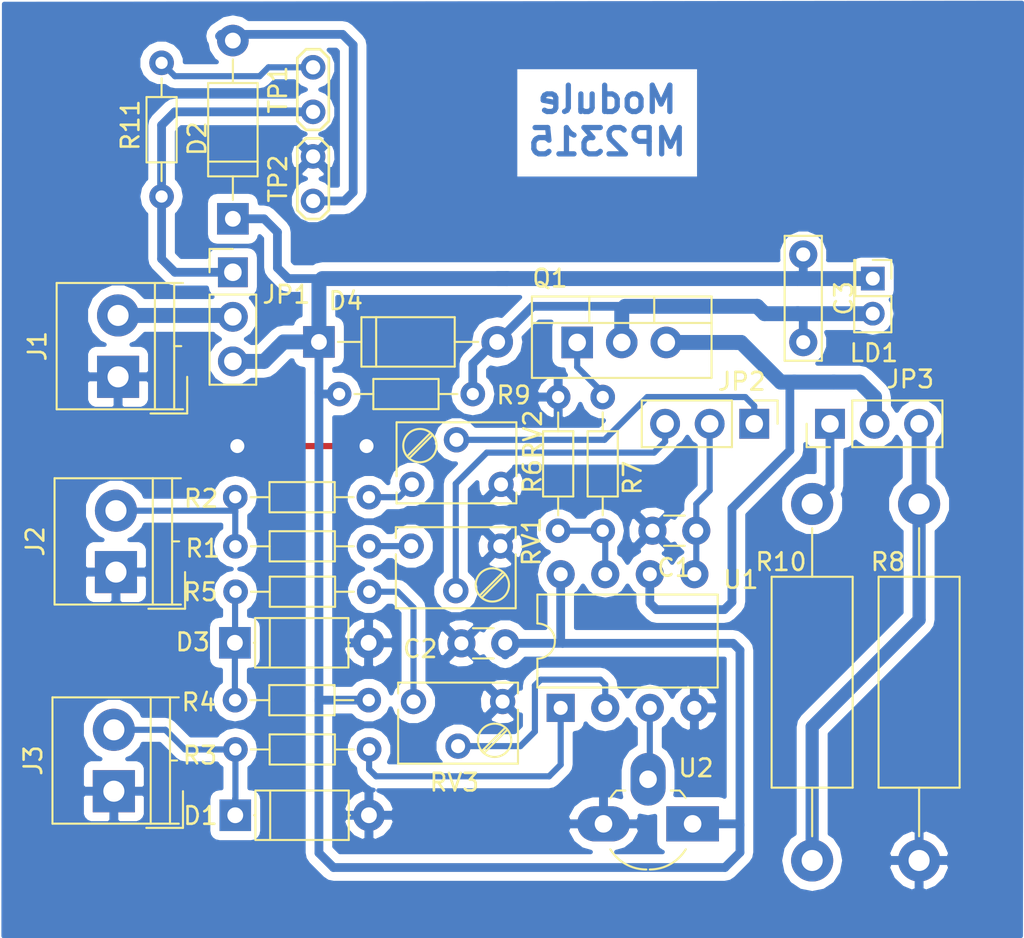
<source format=kicad_pcb>
(kicad_pcb (version 20170922) (host pcbnew no-vcs-found-e5c4cfc~61~ubuntu16.04.1)

  (general
    (thickness 1.6)
    (drawings 1)
    (tracks 158)
    (zones 0)
    (modules 33)
    (nets 25)
  )

  (page A4)
  (layers
    (0 F.Cu signal hide)
    (31 B.Cu signal)
    (32 B.Adhes user)
    (33 F.Adhes user)
    (34 B.Paste user)
    (35 F.Paste user)
    (36 B.SilkS user)
    (37 F.SilkS user)
    (38 B.Mask user)
    (39 F.Mask user)
    (40 Dwgs.User user)
    (41 Cmts.User user)
    (42 Eco1.User user)
    (43 Eco2.User user)
    (44 Edge.Cuts user)
    (45 Margin user)
    (46 B.CrtYd user)
    (47 F.CrtYd user)
    (48 B.Fab user)
    (49 F.Fab user)
  )

  (setup
    (last_trace_width 0.35)
    (trace_clearance 0.2)
    (zone_clearance 0.508)
    (zone_45_only no)
    (trace_min 0.2)
    (segment_width 0.2)
    (edge_width 0.15)
    (via_size 0.8)
    (via_drill 0.4)
    (via_min_size 0.4)
    (via_min_drill 0.3)
    (uvia_size 0.3)
    (uvia_drill 0.1)
    (uvias_allowed no)
    (uvia_min_size 0.2)
    (uvia_min_drill 0.1)
    (pcb_text_width 0.3)
    (pcb_text_size 1.5 1.5)
    (mod_edge_width 0.15)
    (mod_text_size 1 1)
    (mod_text_width 0.15)
    (pad_size 1.6 1.6)
    (pad_drill 0.8)
    (pad_to_mask_clearance 0.2)
    (aux_axis_origin 97.54 110.36)
    (visible_elements FFFFEF7F)
    (pcbplotparams
      (layerselection 0x00030_ffffffff)
      (usegerberextensions false)
      (usegerberattributes true)
      (usegerberadvancedattributes true)
      (creategerberjobfile true)
      (excludeedgelayer true)
      (linewidth 0.100000)
      (plotframeref false)
      (viasonmask false)
      (mode 1)
      (useauxorigin false)
      (hpglpennumber 1)
      (hpglpenspeed 20)
      (hpglpendiameter 15)
      (psnegative false)
      (psa4output false)
      (plotreference true)
      (plotvalue true)
      (plotinvisibletext false)
      (padsonsilk false)
      (subtractmaskfromsilk false)
      (outputformat 1)
      (mirror false)
      (drillshape 1)
      (scaleselection 1)
      (outputdirectory ""))
  )

  (net 0 "")
  (net 1 GND)
  (net 2 "Net-(C1-Pad1)")
  (net 3 VCC)
  (net 4 "Net-(C3-Pad2)")
  (net 5 "Net-(D1-Pad1)")
  (net 6 "Net-(D3-Pad1)")
  (net 7 "Net-(J2-Pad2)")
  (net 8 "Net-(JP2-Pad3)")
  (net 9 "Net-(JP2-Pad1)")
  (net 10 "Net-(JP3-Pad3)")
  (net 11 "Net-(JP3-Pad2)")
  (net 12 "Net-(JP3-Pad1)")
  (net 13 "Net-(R1-Pad1)")
  (net 14 "Net-(R2-Pad1)")
  (net 15 "Net-(R3-Pad1)")
  (net 16 "Net-(R5-Pad1)")
  (net 17 "Net-(R6-Pad1)")
  (net 18 "Net-(RV3-Pad2)")
  (net 19 "Net-(U1-Pad3)")
  (net 20 /Out)
  (net 21 /Int)
  (net 22 /EN)
  (net 23 "Net-(J1-Pad2)")
  (net 24 "Net-(Q1-Pad1)")

  (net_class Default "Esta es la clase de red por defecto."
    (clearance 0.2)
    (trace_width 0.35)
    (via_dia 0.8)
    (via_drill 0.4)
    (uvia_dia 0.3)
    (uvia_drill 0.1)
    (add_net /EN)
    (add_net GND)
    (add_net "Net-(C1-Pad1)")
    (add_net "Net-(D1-Pad1)")
    (add_net "Net-(D3-Pad1)")
    (add_net "Net-(J1-Pad2)")
    (add_net "Net-(J2-Pad2)")
    (add_net "Net-(JP2-Pad1)")
    (add_net "Net-(JP2-Pad3)")
    (add_net "Net-(Q1-Pad1)")
    (add_net "Net-(R1-Pad1)")
    (add_net "Net-(R2-Pad1)")
    (add_net "Net-(R3-Pad1)")
    (add_net "Net-(R5-Pad1)")
    (add_net "Net-(R6-Pad1)")
    (add_net "Net-(RV3-Pad2)")
    (add_net "Net-(U1-Pad3)")
  )

  (net_class LED ""
    (clearance 0.2)
    (trace_width 0.5)
    (via_dia 0.8)
    (via_drill 0.4)
    (uvia_dia 0.3)
    (uvia_drill 0.1)
    (add_net "Net-(C3-Pad2)")
    (add_net "Net-(JP3-Pad1)")
    (add_net "Net-(JP3-Pad2)")
    (add_net "Net-(JP3-Pad3)")
  )

  (net_class VCC ""
    (clearance 0.2)
    (trace_width 0.5)
    (via_dia 0.8)
    (via_drill 0.4)
    (uvia_dia 0.3)
    (uvia_drill 0.1)
    (add_net /Int)
    (add_net /Out)
    (add_net VCC)
  )

  (net_class v++ ""
    (clearance 0.2)
    (trace_width 0.5)
    (via_dia 0.8)
    (via_drill 0.4)
    (uvia_dia 0.3)
    (uvia_drill 0.1)
  )

  (module Diodes_THT:D_A-405_P10.16mm_Horizontal (layer F.Cu) (tedit 59F16BAC) (tstamp 59F09C20)
    (at 110.744 69.342 90)
    (descr "D, A-405 series, Axial, Horizontal, pin pitch=10.16mm, , length*diameter=5.2*2.7mm^2, , http://www.diodes.com/_files/packages/A-405.pdf")
    (tags "D A-405 series Axial Horizontal pin pitch 10.16mm  length 5.2mm diameter 2.7mm")
    (path /59F093E8)
    (fp_text reference D2 (at 4.572 -2.032 90) (layer F.SilkS)
      (effects (font (size 1 1) (thickness 0.15)))
    )
    (fp_text value 1N5817 (at 4.94 -0.03 90) (layer F.Fab)
      (effects (font (size 1 1) (thickness 0.15)))
    )
    (fp_line (start 11.35 -1.7) (end -1.15 -1.7) (layer F.CrtYd) (width 0.05))
    (fp_line (start 11.35 1.7) (end 11.35 -1.7) (layer F.CrtYd) (width 0.05))
    (fp_line (start -1.15 1.7) (end 11.35 1.7) (layer F.CrtYd) (width 0.05))
    (fp_line (start -1.15 -1.7) (end -1.15 1.7) (layer F.CrtYd) (width 0.05))
    (fp_line (start 3.26 -1.41) (end 3.26 1.41) (layer F.SilkS) (width 0.12))
    (fp_line (start 9.08 0) (end 7.74 0) (layer F.SilkS) (width 0.12))
    (fp_line (start 1.08 0) (end 2.42 0) (layer F.SilkS) (width 0.12))
    (fp_line (start 7.74 -1.41) (end 2.42 -1.41) (layer F.SilkS) (width 0.12))
    (fp_line (start 7.74 1.41) (end 7.74 -1.41) (layer F.SilkS) (width 0.12))
    (fp_line (start 2.42 1.41) (end 7.74 1.41) (layer F.SilkS) (width 0.12))
    (fp_line (start 2.42 -1.41) (end 2.42 1.41) (layer F.SilkS) (width 0.12))
    (fp_line (start 3.26 -1.35) (end 3.26 1.35) (layer F.Fab) (width 0.1))
    (fp_line (start 10.16 0) (end 7.68 0) (layer F.Fab) (width 0.1))
    (fp_line (start 0 0) (end 2.48 0) (layer F.Fab) (width 0.1))
    (fp_line (start 7.68 -1.35) (end 2.48 -1.35) (layer F.Fab) (width 0.1))
    (fp_line (start 7.68 1.35) (end 7.68 -1.35) (layer F.Fab) (width 0.1))
    (fp_line (start 2.48 1.35) (end 7.68 1.35) (layer F.Fab) (width 0.1))
    (fp_line (start 2.48 -1.35) (end 2.48 1.35) (layer F.Fab) (width 0.1))
    (fp_text user %R (at 4.572 -2.032 90) (layer F.Fab)
      (effects (font (size 1 1) (thickness 0.15)))
    )
    (pad 2 thru_hole oval (at 10.16 0 90) (size 1.8 1.8) (drill 0.9) (layers *.Cu *.Mask)
      (net 20 /Out))
    (pad 1 thru_hole rect (at 0 0 90) (size 1.8 1.8) (drill 0.9) (layers *.Cu *.Mask)
      (net 3 VCC))
    (model ${KISYS3DMOD}/Diodes_THT.3dshapes/D_A-405_P10.16mm_Horizontal.wrl
      (at (xyz 0 0 0))
      (scale (xyz 0.393701 0.393701 0.393701))
      (rotate (xyz 0 0 0))
    )
  )

  (module Resistors_THT:R_Axial_DIN0204_L3.6mm_D1.6mm_P7.62mm_Horizontal (layer F.Cu) (tedit 5874F706) (tstamp 59F09D78)
    (at 118.49 96.78 180)
    (descr "Resistor, Axial_DIN0204 series, Axial, Horizontal, pin pitch=7.62mm, 0.16666666666666666W = 1/6W, length*diameter=3.6*1.6mm^2, http://cdn-reichelt.de/documents/datenblatt/B400/1_4W%23YAG.pdf")
    (tags "Resistor Axial_DIN0204 series Axial Horizontal pin pitch 7.62mm 0.16666666666666666W = 1/6W length 3.6mm diameter 1.6mm")
    (path /59F218C7)
    (fp_text reference R4 (at 9.69 -0.12 180) (layer F.SilkS)
      (effects (font (size 1 1) (thickness 0.15)))
    )
    (fp_text value 1K (at 3.95 0.02 180) (layer F.Fab)
      (effects (font (size 1 1) (thickness 0.15)))
    )
    (fp_line (start 2.01 -0.8) (end 2.01 0.8) (layer F.Fab) (width 0.1))
    (fp_line (start 2.01 0.8) (end 5.61 0.8) (layer F.Fab) (width 0.1))
    (fp_line (start 5.61 0.8) (end 5.61 -0.8) (layer F.Fab) (width 0.1))
    (fp_line (start 5.61 -0.8) (end 2.01 -0.8) (layer F.Fab) (width 0.1))
    (fp_line (start 0 0) (end 2.01 0) (layer F.Fab) (width 0.1))
    (fp_line (start 7.62 0) (end 5.61 0) (layer F.Fab) (width 0.1))
    (fp_line (start 1.95 -0.86) (end 1.95 0.86) (layer F.SilkS) (width 0.12))
    (fp_line (start 1.95 0.86) (end 5.67 0.86) (layer F.SilkS) (width 0.12))
    (fp_line (start 5.67 0.86) (end 5.67 -0.86) (layer F.SilkS) (width 0.12))
    (fp_line (start 5.67 -0.86) (end 1.95 -0.86) (layer F.SilkS) (width 0.12))
    (fp_line (start 0.88 0) (end 1.95 0) (layer F.SilkS) (width 0.12))
    (fp_line (start 6.74 0) (end 5.67 0) (layer F.SilkS) (width 0.12))
    (fp_line (start -0.95 -1.15) (end -0.95 1.15) (layer F.CrtYd) (width 0.05))
    (fp_line (start -0.95 1.15) (end 8.6 1.15) (layer F.CrtYd) (width 0.05))
    (fp_line (start 8.6 1.15) (end 8.6 -1.15) (layer F.CrtYd) (width 0.05))
    (fp_line (start 8.6 -1.15) (end -0.95 -1.15) (layer F.CrtYd) (width 0.05))
    (pad 1 thru_hole circle (at 0 0 180) (size 1.4 1.4) (drill 0.7) (layers *.Cu *.Mask)
      (net 3 VCC))
    (pad 2 thru_hole oval (at 7.62 0 180) (size 1.4 1.4) (drill 0.7) (layers *.Cu *.Mask)
      (net 6 "Net-(D3-Pad1)"))
    (model ${KISYS3DMOD}/Resistors_THT.3dshapes/R_Axial_DIN0204_L3.6mm_D1.6mm_P7.62mm_Horizontal.wrl
      (at (xyz 0 0 0))
      (scale (xyz 0.393701 0.393701 0.393701))
      (rotate (xyz 0 0 0))
    )
  )

  (module Housings_DIP:DIP-8_W7.62mm (layer F.Cu) (tedit 59F75851) (tstamp 59F0E5C9)
    (at 129.43 97.22 90)
    (descr "8-lead though-hole mounted DIP package, row spacing 7.62 mm (300 mils)")
    (tags "THT DIP DIL PDIP 2.54mm 7.62mm 300mil")
    (path /59F0229E)
    (fp_text reference U1 (at 7.304 10.27 180) (layer F.SilkS)
      (effects (font (size 1 1) (thickness 0.15)))
    )
    (fp_text value LM358 (at 4.81 5.79 180) (layer F.Fab)
      (effects (font (size 1 1) (thickness 0.15)))
    )
    (fp_text user %R (at 7.304 10.27 180) (layer F.Fab)
      (effects (font (size 1 1) (thickness 0.15)))
    )
    (fp_line (start 8.7 -1.55) (end -1.1 -1.55) (layer F.CrtYd) (width 0.05))
    (fp_line (start 8.7 9.15) (end 8.7 -1.55) (layer F.CrtYd) (width 0.05))
    (fp_line (start -1.1 9.15) (end 8.7 9.15) (layer F.CrtYd) (width 0.05))
    (fp_line (start -1.1 -1.55) (end -1.1 9.15) (layer F.CrtYd) (width 0.05))
    (fp_line (start 6.46 -1.33) (end 4.81 -1.33) (layer F.SilkS) (width 0.12))
    (fp_line (start 6.46 8.95) (end 6.46 -1.33) (layer F.SilkS) (width 0.12))
    (fp_line (start 1.16 8.95) (end 6.46 8.95) (layer F.SilkS) (width 0.12))
    (fp_line (start 1.16 -1.33) (end 1.16 8.95) (layer F.SilkS) (width 0.12))
    (fp_line (start 2.81 -1.33) (end 1.16 -1.33) (layer F.SilkS) (width 0.12))
    (fp_line (start 0.635 -0.27) (end 1.635 -1.27) (layer F.Fab) (width 0.1))
    (fp_line (start 0.635 8.89) (end 0.635 -0.27) (layer F.Fab) (width 0.1))
    (fp_line (start 6.985 8.89) (end 0.635 8.89) (layer F.Fab) (width 0.1))
    (fp_line (start 6.985 -1.27) (end 6.985 8.89) (layer F.Fab) (width 0.1))
    (fp_line (start 1.635 -1.27) (end 6.985 -1.27) (layer F.Fab) (width 0.1))
    (fp_arc (start 3.81 -1.33) (end 2.81 -1.33) (angle -180) (layer F.SilkS) (width 0.12))
    (pad 8 thru_hole oval (at 7.62 0 90) (size 1.6 1.6) (drill 0.8) (layers *.Cu *.Mask)
      (net 3 VCC))
    (pad 4 thru_hole oval (at 0 7.62 90) (size 1.6 1.6) (drill 0.8) (layers *.Cu *.Mask)
      (net 1 GND))
    (pad 7 thru_hole oval (at 7.62 2.54 90) (size 1.6 1.6) (drill 0.8) (layers *.Cu *.Mask)
      (net 17 "Net-(R6-Pad1)"))
    (pad 3 thru_hole oval (at 0 5.08 90) (size 1.6 1.6) (drill 0.8) (layers *.Cu *.Mask)
      (net 19 "Net-(U1-Pad3)"))
    (pad 6 thru_hole oval (at 7.62 5.08 90) (size 1.6 1.6) (drill 0.8) (layers *.Cu *.Mask)
      (net 11 "Net-(JP3-Pad2)"))
    (pad 2 thru_hole oval (at 0 2.54 90) (size 1.6 1.6) (drill 0.8) (layers *.Cu *.Mask)
      (net 18 "Net-(RV3-Pad2)"))
    (pad 5 thru_hole oval (at 7.62 7.62 90) (size 1.6 1.6) (drill 0.8) (layers *.Cu *.Mask)
      (net 2 "Net-(C1-Pad1)"))
    (pad 1 thru_hole rect (at 0 0 90) (size 1.6 1.6) (drill 0.8) (layers *.Cu *.Mask)
      (net 15 "Net-(R3-Pad1)"))
    (model ${KISYS3DMOD}/Housings_DIP.3dshapes/DIP-8_W7.62mm.wrl
      (at (xyz 0 0 0))
      (scale (xyz 1 1 1))
      (rotate (xyz 0 0 0))
    )
  )

  (module Resistors_THT:R_Axial_DIN0204_L3.6mm_D1.6mm_P7.62mm_Horizontal (layer F.Cu) (tedit 5874F706) (tstamp 59F09D8E)
    (at 118.52 90.6 180)
    (descr "Resistor, Axial_DIN0204 series, Axial, Horizontal, pin pitch=7.62mm, 0.16666666666666666W = 1/6W, length*diameter=3.6*1.6mm^2, http://cdn-reichelt.de/documents/datenblatt/B400/1_4W%23YAG.pdf")
    (tags "Resistor Axial_DIN0204 series Axial Horizontal pin pitch 7.62mm 0.16666666666666666W = 1/6W length 3.6mm diameter 1.6mm")
    (path /59F1C1E2)
    (fp_text reference R5 (at 9.63 -0.02 180) (layer F.SilkS)
      (effects (font (size 1 1) (thickness 0.15)))
    )
    (fp_text value 10k (at 3.86 0.08 180) (layer F.Fab)
      (effects (font (size 1 1) (thickness 0.15)))
    )
    (fp_line (start 2.01 -0.8) (end 2.01 0.8) (layer F.Fab) (width 0.1))
    (fp_line (start 2.01 0.8) (end 5.61 0.8) (layer F.Fab) (width 0.1))
    (fp_line (start 5.61 0.8) (end 5.61 -0.8) (layer F.Fab) (width 0.1))
    (fp_line (start 5.61 -0.8) (end 2.01 -0.8) (layer F.Fab) (width 0.1))
    (fp_line (start 0 0) (end 2.01 0) (layer F.Fab) (width 0.1))
    (fp_line (start 7.62 0) (end 5.61 0) (layer F.Fab) (width 0.1))
    (fp_line (start 1.95 -0.86) (end 1.95 0.86) (layer F.SilkS) (width 0.12))
    (fp_line (start 1.95 0.86) (end 5.67 0.86) (layer F.SilkS) (width 0.12))
    (fp_line (start 5.67 0.86) (end 5.67 -0.86) (layer F.SilkS) (width 0.12))
    (fp_line (start 5.67 -0.86) (end 1.95 -0.86) (layer F.SilkS) (width 0.12))
    (fp_line (start 0.88 0) (end 1.95 0) (layer F.SilkS) (width 0.12))
    (fp_line (start 6.74 0) (end 5.67 0) (layer F.SilkS) (width 0.12))
    (fp_line (start -0.95 -1.15) (end -0.95 1.15) (layer F.CrtYd) (width 0.05))
    (fp_line (start -0.95 1.15) (end 8.6 1.15) (layer F.CrtYd) (width 0.05))
    (fp_line (start 8.6 1.15) (end 8.6 -1.15) (layer F.CrtYd) (width 0.05))
    (fp_line (start 8.6 -1.15) (end -0.95 -1.15) (layer F.CrtYd) (width 0.05))
    (pad 1 thru_hole circle (at 0 0 180) (size 1.4 1.4) (drill 0.7) (layers *.Cu *.Mask)
      (net 16 "Net-(R5-Pad1)"))
    (pad 2 thru_hole oval (at 7.62 0 180) (size 1.4 1.4) (drill 0.7) (layers *.Cu *.Mask)
      (net 6 "Net-(D3-Pad1)"))
    (model ${KISYS3DMOD}/Resistors_THT.3dshapes/R_Axial_DIN0204_L3.6mm_D1.6mm_P7.62mm_Horizontal.wrl
      (at (xyz 0 0 0))
      (scale (xyz 0.393701 0.393701 0.393701))
      (rotate (xyz 0 0 0))
    )
  )

  (module Measurement_Points:Test_Point_2Pads (layer F.Cu) (tedit 59F057FB) (tstamp 59F0AA2C)
    (at 115.316 68.326 90)
    (descr "Connecteurs 2 pins")
    (tags "CONN DEV")
    (path /59F0658F)
    (attr virtual)
    (fp_text reference TP2 (at 1.27 -2 90) (layer F.SilkS)
      (effects (font (size 1 1) (thickness 0.15)))
    )
    (fp_text value Out5V (at 1.27 2 90) (layer F.Fab)
      (effects (font (size 1 1) (thickness 0.15)))
    )
    (fp_line (start -0.65 1.15) (end 3.15 1.15) (layer F.CrtYd) (width 0.05))
    (fp_line (start 3.15 1.15) (end 3.8 0.5) (layer F.CrtYd) (width 0.05))
    (fp_line (start 3.8 0.5) (end 3.8 -0.5) (layer F.CrtYd) (width 0.05))
    (fp_line (start 3.8 -0.5) (end 3.15 -1.15) (layer F.CrtYd) (width 0.05))
    (fp_line (start 3.15 -1.15) (end -0.65 -1.15) (layer F.CrtYd) (width 0.05))
    (fp_line (start -0.65 -1.15) (end -1.3 -0.5) (layer F.CrtYd) (width 0.05))
    (fp_line (start -1.3 -0.5) (end -1.3 0.5) (layer F.CrtYd) (width 0.05))
    (fp_line (start -1.3 0.5) (end -0.65 1.15) (layer F.CrtYd) (width 0.05))
    (fp_line (start -0.53 -0.9) (end 3.07 -0.9) (layer F.SilkS) (width 0.15))
    (fp_line (start 3.07 -0.9) (end 3.57 -0.4) (layer F.SilkS) (width 0.15))
    (fp_line (start 3.57 -0.4) (end 3.57 0.4) (layer F.SilkS) (width 0.15))
    (fp_line (start 3.57 0.4) (end 3.07 0.9) (layer F.SilkS) (width 0.15))
    (fp_line (start 3.07 0.9) (end -0.53 0.9) (layer F.SilkS) (width 0.15))
    (fp_line (start -0.53 0.9) (end -1.03 0.4) (layer F.SilkS) (width 0.15))
    (fp_line (start -1.03 0.4) (end -1.03 -0.4) (layer F.SilkS) (width 0.15))
    (fp_line (start -1.03 -0.4) (end -0.53 -0.9) (layer F.SilkS) (width 0.15))
    (pad 1 thru_hole circle (at 0 0 90) (size 1.4 1.4) (drill 0.8128) (layers *.Cu *.Mask)
      (net 20 /Out))
    (pad 2 thru_hole circle (at 2.54 0 90) (size 1.4 1.4) (drill 0.8128) (layers *.Cu *.Mask)
      (net 1 GND))
  )

  (module Capacitors_THT:C_Disc_D3.0mm_W1.6mm_P2.50mm (layer F.Cu) (tedit 597BC7C2) (tstamp 59F09B7F)
    (at 126.27 93.54 180)
    (descr "C, Disc series, Radial, pin pitch=2.50mm, , diameter*width=3.0*1.6mm^2, Capacitor, http://www.vishay.com/docs/45233/krseries.pdf")
    (tags "C Disc series Radial pin pitch 2.50mm  diameter 3.0mm width 1.6mm Capacitor")
    (path /59F0CD4A)
    (fp_text reference C2 (at 4.85 -0.32 180) (layer F.SilkS)
      (effects (font (size 1 1) (thickness 0.15)))
    )
    (fp_text value 100nF (at 1.34 -1.53 180) (layer F.Fab)
      (effects (font (size 1 1) (thickness 0.15)))
    )
    (fp_text user %R (at 1.25 0) (layer F.Fab)
      (effects (font (size 1 1) (thickness 0.15)))
    )
    (fp_line (start 3.55 -1.15) (end -1.05 -1.15) (layer F.CrtYd) (width 0.05))
    (fp_line (start 3.55 1.15) (end 3.55 -1.15) (layer F.CrtYd) (width 0.05))
    (fp_line (start -1.05 1.15) (end 3.55 1.15) (layer F.CrtYd) (width 0.05))
    (fp_line (start -1.05 -1.15) (end -1.05 1.15) (layer F.CrtYd) (width 0.05))
    (fp_line (start 0.663 0.861) (end 1.837 0.861) (layer F.SilkS) (width 0.12))
    (fp_line (start 0.663 -0.861) (end 1.837 -0.861) (layer F.SilkS) (width 0.12))
    (fp_line (start 2.75 -0.8) (end -0.25 -0.8) (layer F.Fab) (width 0.1))
    (fp_line (start 2.75 0.8) (end 2.75 -0.8) (layer F.Fab) (width 0.1))
    (fp_line (start -0.25 0.8) (end 2.75 0.8) (layer F.Fab) (width 0.1))
    (fp_line (start -0.25 -0.8) (end -0.25 0.8) (layer F.Fab) (width 0.1))
    (pad 2 thru_hole circle (at 2.5 0 180) (size 1.6 1.6) (drill 0.8) (layers *.Cu *.Mask)
      (net 1 GND))
    (pad 1 thru_hole circle (at 0 0 180) (size 1.6 1.6) (drill 0.8) (layers *.Cu *.Mask)
      (net 3 VCC))
    (model ${KISYS3DMOD}/Capacitors_THT.3dshapes/C_Disc_D3.0mm_W1.6mm_P2.50mm.wrl
      (at (xyz 0 0 0))
      (scale (xyz 1 1 1))
      (rotate (xyz 0 0 0))
    )
  )

  (module Diodes_THT:D_A-405_P10.16mm_Horizontal (layer F.Cu) (tedit 59F04EFE) (tstamp 59F09C52)
    (at 115.65 76.36)
    (descr "D, A-405 series, Axial, Horizontal, pin pitch=10.16mm, , length*diameter=5.2*2.7mm^2, , http://www.diodes.com/_files/packages/A-405.pdf")
    (tags "D A-405 series Axial Horizontal pin pitch 10.16mm  length 5.2mm diameter 2.7mm")
    (path /59F02C88)
    (fp_text reference D4 (at 1.53 -2.34) (layer F.SilkS)
      (effects (font (size 1 1) (thickness 0.15)))
    )
    (fp_text value UF4004 (at 5.254 0.094) (layer F.Fab)
      (effects (font (size 1 1) (thickness 0.15)))
    )
    (fp_text user %R (at 1.53 -2.34) (layer F.Fab)
      (effects (font (size 1 1) (thickness 0.15)))
    )
    (fp_line (start 2.48 -1.35) (end 2.48 1.35) (layer F.Fab) (width 0.1))
    (fp_line (start 2.48 1.35) (end 7.68 1.35) (layer F.Fab) (width 0.1))
    (fp_line (start 7.68 1.35) (end 7.68 -1.35) (layer F.Fab) (width 0.1))
    (fp_line (start 7.68 -1.35) (end 2.48 -1.35) (layer F.Fab) (width 0.1))
    (fp_line (start 0 0) (end 2.48 0) (layer F.Fab) (width 0.1))
    (fp_line (start 10.16 0) (end 7.68 0) (layer F.Fab) (width 0.1))
    (fp_line (start 3.26 -1.35) (end 3.26 1.35) (layer F.Fab) (width 0.1))
    (fp_line (start 2.42 -1.41) (end 2.42 1.41) (layer F.SilkS) (width 0.12))
    (fp_line (start 2.42 1.41) (end 7.74 1.41) (layer F.SilkS) (width 0.12))
    (fp_line (start 7.74 1.41) (end 7.74 -1.41) (layer F.SilkS) (width 0.12))
    (fp_line (start 7.74 -1.41) (end 2.42 -1.41) (layer F.SilkS) (width 0.12))
    (fp_line (start 1.08 0) (end 2.42 0) (layer F.SilkS) (width 0.12))
    (fp_line (start 9.08 0) (end 7.74 0) (layer F.SilkS) (width 0.12))
    (fp_line (start 3.26 -1.41) (end 3.26 1.41) (layer F.SilkS) (width 0.12))
    (fp_line (start -1.15 -1.7) (end -1.15 1.7) (layer F.CrtYd) (width 0.05))
    (fp_line (start -1.15 1.7) (end 11.35 1.7) (layer F.CrtYd) (width 0.05))
    (fp_line (start 11.35 1.7) (end 11.35 -1.7) (layer F.CrtYd) (width 0.05))
    (fp_line (start 11.35 -1.7) (end -1.15 -1.7) (layer F.CrtYd) (width 0.05))
    (pad 1 thru_hole rect (at 0 0) (size 1.8 1.8) (drill 0.9) (layers *.Cu *.Mask)
      (net 3 VCC))
    (pad 2 thru_hole oval (at 10.16 0) (size 1.8 1.8) (drill 0.9) (layers *.Cu *.Mask)
      (net 4 "Net-(C3-Pad2)"))
    (model ${KISYS3DMOD}/Diodes_THT.3dshapes/D_A-405_P10.16mm_Horizontal.wrl
      (at (xyz 0 0 0))
      (scale (xyz 0.393701 0.393701 0.393701))
      (rotate (xyz 0 0 0))
    )
  )

  (module Connectors_Terminal_Blocks:TerminalBlock_4UCON_19963_02x3.5mm_Straight (layer F.Cu) (tedit 596E7C65) (tstamp 59F09C6D)
    (at 104.2 78.35 90)
    (descr "2-way 3.5mm pitch terminal block, https://cdn-shop.adafruit.com/datasheets/19963.pdf")
    (tags "screw terminal block")
    (path /59F05EB1)
    (fp_text reference J1 (at 1.75 -4.6 90) (layer F.SilkS)
      (effects (font (size 1 1) (thickness 0.15)))
    )
    (fp_text value "Power 12V" (at 6.23 0.34 180) (layer F.Fab)
      (effects (font (size 1 1) (thickness 0.15)))
    )
    (fp_line (start -2.25 -3.9) (end -2.25 4.1) (layer F.CrtYd) (width 0.05))
    (fp_line (start -2.25 4.1) (end 5.75 4.1) (layer F.CrtYd) (width 0.05))
    (fp_line (start 5.75 4.1) (end 5.75 -3.9) (layer F.CrtYd) (width 0.05))
    (fp_line (start 5.75 -3.9) (end -2.25 -3.9) (layer F.CrtYd) (width 0.05))
    (fp_line (start -1.75 2.1) (end 5.25 2.1) (layer F.Fab) (width 0.1))
    (fp_line (start -1.75 3.2) (end 5.25 3.2) (layer F.Fab) (width 0.1))
    (fp_line (start -1.75 3.6) (end -1.75 -3.4) (layer F.Fab) (width 0.1))
    (fp_line (start -1.75 -3.4) (end 5.25 -3.4) (layer F.Fab) (width 0.1))
    (fp_line (start 5.25 -3.4) (end 5.25 3.6) (layer F.Fab) (width 0.1))
    (fp_line (start 1.75 3.2) (end 1.75 3.6) (layer F.Fab) (width 0.1))
    (fp_line (start -2.09 1.85) (end -2.09 3.94) (layer F.Fab) (width 0.1))
    (fp_line (start -2.09 3.94) (end 0 3.94) (layer F.Fab) (width 0.1))
    (fp_line (start -1.85 2.1) (end 5.35 2.1) (layer F.SilkS) (width 0.12))
    (fp_line (start -1.85 3.2) (end 5.35 3.2) (layer F.SilkS) (width 0.12))
    (fp_line (start -1.85 3.7) (end -1.85 -3.5) (layer F.SilkS) (width 0.12))
    (fp_line (start -1.85 -3.5) (end 5.35 -3.5) (layer F.SilkS) (width 0.12))
    (fp_line (start 5.35 -3.5) (end 5.35 3.7) (layer F.SilkS) (width 0.12))
    (fp_line (start 1.75 3.2) (end 1.75 3.6) (layer F.SilkS) (width 0.12))
    (fp_line (start -2.09 1.85) (end -2.09 3.94) (layer F.SilkS) (width 0.12))
    (fp_line (start -2.09 3.94) (end 0 3.94) (layer F.SilkS) (width 0.12))
    (fp_text user %R (at 1.75 0.1 90) (layer F.Fab)
      (effects (font (size 1 1) (thickness 0.15)))
    )
    (pad 1 thru_hole rect (at 0 0 90) (size 2.4 2.4) (drill 1.2) (layers *.Cu *.Mask)
      (net 1 GND))
    (pad 2 thru_hole circle (at 3.5 0 90) (size 2.4 2.4) (drill 1.2) (layers *.Cu *.Mask)
      (net 23 "Net-(J1-Pad2)"))
    (model ${KISYS3DMOD}/Connectors_Terminal_Blocks.3dshapes/TerminalBlock_4UCON_19963_02x3.5mm_Straight.wrl
      (at (xyz 0 0 0))
      (scale (xyz 1 1 1))
      (rotate (xyz 0 0 0))
    )
  )

  (module Connectors_Terminal_Blocks:TerminalBlock_4UCON_19963_02x3.5mm_Straight (layer F.Cu) (tedit 596E7C65) (tstamp 59F09C88)
    (at 104.08 89.48 90)
    (descr "2-way 3.5mm pitch terminal block, https://cdn-shop.adafruit.com/datasheets/19963.pdf")
    (tags "screw terminal block")
    (path /59F06DD3)
    (fp_text reference J2 (at 1.75 -4.6 90) (layer F.SilkS)
      (effects (font (size 1 1) (thickness 0.15)))
    )
    (fp_text value PWM (at 6.39 0.18 180) (layer F.Fab)
      (effects (font (size 1 1) (thickness 0.15)))
    )
    (fp_text user %R (at 1.75 0.1 90) (layer F.Fab)
      (effects (font (size 1 1) (thickness 0.15)))
    )
    (fp_line (start -2.09 3.94) (end 0 3.94) (layer F.SilkS) (width 0.12))
    (fp_line (start -2.09 1.85) (end -2.09 3.94) (layer F.SilkS) (width 0.12))
    (fp_line (start 1.75 3.2) (end 1.75 3.6) (layer F.SilkS) (width 0.12))
    (fp_line (start 5.35 -3.5) (end 5.35 3.7) (layer F.SilkS) (width 0.12))
    (fp_line (start -1.85 -3.5) (end 5.35 -3.5) (layer F.SilkS) (width 0.12))
    (fp_line (start -1.85 3.7) (end -1.85 -3.5) (layer F.SilkS) (width 0.12))
    (fp_line (start -1.85 3.2) (end 5.35 3.2) (layer F.SilkS) (width 0.12))
    (fp_line (start -1.85 2.1) (end 5.35 2.1) (layer F.SilkS) (width 0.12))
    (fp_line (start -2.09 3.94) (end 0 3.94) (layer F.Fab) (width 0.1))
    (fp_line (start -2.09 1.85) (end -2.09 3.94) (layer F.Fab) (width 0.1))
    (fp_line (start 1.75 3.2) (end 1.75 3.6) (layer F.Fab) (width 0.1))
    (fp_line (start 5.25 -3.4) (end 5.25 3.6) (layer F.Fab) (width 0.1))
    (fp_line (start -1.75 -3.4) (end 5.25 -3.4) (layer F.Fab) (width 0.1))
    (fp_line (start -1.75 3.6) (end -1.75 -3.4) (layer F.Fab) (width 0.1))
    (fp_line (start -1.75 3.2) (end 5.25 3.2) (layer F.Fab) (width 0.1))
    (fp_line (start -1.75 2.1) (end 5.25 2.1) (layer F.Fab) (width 0.1))
    (fp_line (start 5.75 -3.9) (end -2.25 -3.9) (layer F.CrtYd) (width 0.05))
    (fp_line (start 5.75 4.1) (end 5.75 -3.9) (layer F.CrtYd) (width 0.05))
    (fp_line (start -2.25 4.1) (end 5.75 4.1) (layer F.CrtYd) (width 0.05))
    (fp_line (start -2.25 -3.9) (end -2.25 4.1) (layer F.CrtYd) (width 0.05))
    (pad 2 thru_hole circle (at 3.5 0 90) (size 2.4 2.4) (drill 1.2) (layers *.Cu *.Mask)
      (net 7 "Net-(J2-Pad2)"))
    (pad 1 thru_hole rect (at 0 0 90) (size 2.4 2.4) (drill 1.2) (layers *.Cu *.Mask)
      (net 1 GND))
    (model ${KISYS3DMOD}/Connectors_Terminal_Blocks.3dshapes/TerminalBlock_4UCON_19963_02x3.5mm_Straight.wrl
      (at (xyz 0 0 0))
      (scale (xyz 1 1 1))
      (rotate (xyz 0 0 0))
    )
  )

  (module Connectors_Terminal_Blocks:TerminalBlock_4UCON_19963_02x3.5mm_Straight (layer F.Cu) (tedit 596E7C65) (tstamp 59F09CA3)
    (at 103.96 101.97 90)
    (descr "2-way 3.5mm pitch terminal block, https://cdn-shop.adafruit.com/datasheets/19963.pdf")
    (tags "screw terminal block")
    (path /59F1DF23)
    (fp_text reference J3 (at 1.75 -4.6 90) (layer F.SilkS)
      (effects (font (size 1 1) (thickness 0.15)))
    )
    (fp_text value Temp. (at 6.63 0.34 180) (layer F.Fab)
      (effects (font (size 1 1) (thickness 0.15)))
    )
    (fp_text user %R (at 1.75 0.1 90) (layer F.Fab)
      (effects (font (size 1 1) (thickness 0.15)))
    )
    (fp_line (start -2.09 3.94) (end 0 3.94) (layer F.SilkS) (width 0.12))
    (fp_line (start -2.09 1.85) (end -2.09 3.94) (layer F.SilkS) (width 0.12))
    (fp_line (start 1.75 3.2) (end 1.75 3.6) (layer F.SilkS) (width 0.12))
    (fp_line (start 5.35 -3.5) (end 5.35 3.7) (layer F.SilkS) (width 0.12))
    (fp_line (start -1.85 -3.5) (end 5.35 -3.5) (layer F.SilkS) (width 0.12))
    (fp_line (start -1.85 3.7) (end -1.85 -3.5) (layer F.SilkS) (width 0.12))
    (fp_line (start -1.85 3.2) (end 5.35 3.2) (layer F.SilkS) (width 0.12))
    (fp_line (start -1.85 2.1) (end 5.35 2.1) (layer F.SilkS) (width 0.12))
    (fp_line (start -2.09 3.94) (end 0 3.94) (layer F.Fab) (width 0.1))
    (fp_line (start -2.09 1.85) (end -2.09 3.94) (layer F.Fab) (width 0.1))
    (fp_line (start 1.75 3.2) (end 1.75 3.6) (layer F.Fab) (width 0.1))
    (fp_line (start 5.25 -3.4) (end 5.25 3.6) (layer F.Fab) (width 0.1))
    (fp_line (start -1.75 -3.4) (end 5.25 -3.4) (layer F.Fab) (width 0.1))
    (fp_line (start -1.75 3.6) (end -1.75 -3.4) (layer F.Fab) (width 0.1))
    (fp_line (start -1.75 3.2) (end 5.25 3.2) (layer F.Fab) (width 0.1))
    (fp_line (start -1.75 2.1) (end 5.25 2.1) (layer F.Fab) (width 0.1))
    (fp_line (start 5.75 -3.9) (end -2.25 -3.9) (layer F.CrtYd) (width 0.05))
    (fp_line (start 5.75 4.1) (end 5.75 -3.9) (layer F.CrtYd) (width 0.05))
    (fp_line (start -2.25 4.1) (end 5.75 4.1) (layer F.CrtYd) (width 0.05))
    (fp_line (start -2.25 -3.9) (end -2.25 4.1) (layer F.CrtYd) (width 0.05))
    (pad 2 thru_hole circle (at 3.5 0 90) (size 2.4 2.4) (drill 1.2) (layers *.Cu *.Mask)
      (net 5 "Net-(D1-Pad1)"))
    (pad 1 thru_hole rect (at 0 0 90) (size 2.4 2.4) (drill 1.2) (layers *.Cu *.Mask)
      (net 1 GND))
    (model ${KISYS3DMOD}/Connectors_Terminal_Blocks.3dshapes/TerminalBlock_4UCON_19963_02x3.5mm_Straight.wrl
      (at (xyz 0 0 0))
      (scale (xyz 1 1 1))
      (rotate (xyz 0 0 0))
    )
  )

  (module Pin_Headers:Pin_Header_Straight_2x01_Pitch2.00mm (layer F.Cu) (tedit 59F1663A) (tstamp 59F09D06)
    (at 147.22 72.75 270)
    (descr "Through hole straight pin header, 2x01, 2.00mm pitch, double rows")
    (tags "Through hole pin header THT 2x01 2.00mm double row")
    (path /59F025B2)
    (fp_text reference LD1 (at 4.24 -0.06) (layer F.SilkS)
      (effects (font (size 1 1) (thickness 0.15)))
    )
    (fp_text value Laserdiode (at 0.79 -2.28 270) (layer F.Fab)
      (effects (font (size 1 1) (thickness 0.15)))
    )
    (fp_text user %R (at 1 0) (layer F.Fab)
      (effects (font (size 1 1) (thickness 0.15)))
    )
    (fp_line (start 3.5 -1.5) (end -1.5 -1.5) (layer F.CrtYd) (width 0.05))
    (fp_line (start 3.5 1.5) (end 3.5 -1.5) (layer F.CrtYd) (width 0.05))
    (fp_line (start -1.5 1.5) (end 3.5 1.5) (layer F.CrtYd) (width 0.05))
    (fp_line (start -1.5 -1.5) (end -1.5 1.5) (layer F.CrtYd) (width 0.05))
    (fp_line (start -1.06 -1.06) (end 0 -1.06) (layer F.SilkS) (width 0.12))
    (fp_line (start -1.06 0) (end -1.06 -1.06) (layer F.SilkS) (width 0.12))
    (fp_line (start 1 -1.06) (end 3.06 -1.06) (layer F.SilkS) (width 0.12))
    (fp_line (start 1 1) (end 1 -1.06) (layer F.SilkS) (width 0.12))
    (fp_line (start -1.06 1) (end 1 1) (layer F.SilkS) (width 0.12))
    (fp_line (start 3.06 -1.06) (end 3.06 1.06) (layer F.SilkS) (width 0.12))
    (fp_line (start -1.06 1) (end -1.06 1.06) (layer F.SilkS) (width 0.12))
    (fp_line (start -1.06 1.06) (end 3.06 1.06) (layer F.SilkS) (width 0.12))
    (fp_line (start -1 0) (end 0 -1) (layer F.Fab) (width 0.1))
    (fp_line (start -1 1) (end -1 0) (layer F.Fab) (width 0.1))
    (fp_line (start 3 1) (end -1 1) (layer F.Fab) (width 0.1))
    (fp_line (start 3 -1) (end 3 1) (layer F.Fab) (width 0.1))
    (fp_line (start 0 -1) (end 3 -1) (layer F.Fab) (width 0.1))
    (pad 3 thru_hole oval (at 2 0 270) (size 1.35 1.35) (drill 0.8) (layers *.Cu *.Mask)
      (net 4 "Net-(C3-Pad2)"))
    (pad 1 thru_hole rect (at 0 0 270) (size 1.35 1.35) (drill 0.8) (layers *.Cu *.Mask)
      (net 3 VCC))
    (model ${KISYS3DMOD}/Pin_Headers.3dshapes/Pin_Header_Straight_2x01_Pitch2.00mm.wrl
      (at (xyz 0 0 0))
      (scale (xyz 1 1 1))
      (rotate (xyz 0 0 0))
    )
  )

  (module TO_SOT_Packages_THT:TO-220-3_Vertical (layer F.Cu) (tedit 59F05903) (tstamp 59F09D20)
    (at 130.37 76.39)
    (descr "TO-220-3, Vertical, RM 2.54mm")
    (tags "TO-220-3 Vertical RM 2.54mm")
    (path /59F43AD9)
    (fp_text reference Q1 (at -1.55 -3.65) (layer F.SilkS)
      (effects (font (size 1 1) (thickness 0.15)))
    )
    (fp_text value IRF530 (at 4.98 -3.45) (layer F.Fab)
      (effects (font (size 1 1) (thickness 0.15)))
    )
    (fp_line (start 7.79 -2.75) (end -2.71 -2.75) (layer F.CrtYd) (width 0.05))
    (fp_line (start 7.79 2.16) (end 7.79 -2.75) (layer F.CrtYd) (width 0.05))
    (fp_line (start -2.71 2.16) (end 7.79 2.16) (layer F.CrtYd) (width 0.05))
    (fp_line (start -2.71 -2.75) (end -2.71 2.16) (layer F.CrtYd) (width 0.05))
    (fp_line (start 4.391 -2.62) (end 4.391 -1.11) (layer F.SilkS) (width 0.12))
    (fp_line (start 0.69 -2.62) (end 0.69 -1.11) (layer F.SilkS) (width 0.12))
    (fp_line (start -2.58 -1.11) (end 7.66 -1.11) (layer F.SilkS) (width 0.12))
    (fp_line (start 7.66 -2.62) (end 7.66 2.021) (layer F.SilkS) (width 0.12))
    (fp_line (start -2.58 -2.62) (end -2.58 2.021) (layer F.SilkS) (width 0.12))
    (fp_line (start -2.58 2.021) (end 7.66 2.021) (layer F.SilkS) (width 0.12))
    (fp_line (start -2.58 -2.62) (end 7.66 -2.62) (layer F.SilkS) (width 0.12))
    (fp_line (start 4.39 -2.5) (end 4.39 -1.23) (layer F.Fab) (width 0.1))
    (fp_line (start 0.69 -2.5) (end 0.69 -1.23) (layer F.Fab) (width 0.1))
    (fp_line (start -2.46 -1.23) (end 7.54 -1.23) (layer F.Fab) (width 0.1))
    (fp_line (start 7.54 -2.5) (end -2.46 -2.5) (layer F.Fab) (width 0.1))
    (fp_line (start 7.54 1.9) (end 7.54 -2.5) (layer F.Fab) (width 0.1))
    (fp_line (start -2.46 1.9) (end 7.54 1.9) (layer F.Fab) (width 0.1))
    (fp_line (start -2.46 -2.5) (end -2.46 1.9) (layer F.Fab) (width 0.1))
    (fp_text user %R (at -1.55 -3.65) (layer F.Fab)
      (effects (font (size 1 1) (thickness 0.15)))
    )
    (pad 3 thru_hole oval (at 5.08 0) (size 1.8 1.8) (drill 1) (layers *.Cu *.Mask)
      (net 11 "Net-(JP3-Pad2)"))
    (pad 2 thru_hole oval (at 2.54 0) (size 1.8 1.8) (drill 1) (layers *.Cu *.Mask)
      (net 4 "Net-(C3-Pad2)"))
    (pad 1 thru_hole rect (at 0 0) (size 1.8 1.8) (drill 1) (layers *.Cu *.Mask)
      (net 24 "Net-(Q1-Pad1)"))
    (model ${KISYS3DMOD}/TO_SOT_Packages_THT.3dshapes/TO-220-3_Vertical.wrl
      (at (xyz 0.1 0 0))
      (scale (xyz 0.393701 0.393701 0.393701))
      (rotate (xyz 0 0 0))
    )
  )

  (module Resistors_THT:R_Axial_DIN0204_L3.6mm_D1.6mm_P7.62mm_Horizontal (layer F.Cu) (tedit 5874F706) (tstamp 59F09D36)
    (at 118.51 88.01 180)
    (descr "Resistor, Axial_DIN0204 series, Axial, Horizontal, pin pitch=7.62mm, 0.16666666666666666W = 1/6W, length*diameter=3.6*1.6mm^2, http://cdn-reichelt.de/documents/datenblatt/B400/1_4W%23YAG.pdf")
    (tags "Resistor Axial_DIN0204 series Axial Horizontal pin pitch 7.62mm 0.16666666666666666W = 1/6W length 3.6mm diameter 1.6mm")
    (path /59F0312A)
    (fp_text reference R1 (at 9.49 -0.12 180) (layer F.SilkS)
      (effects (font (size 1 1) (thickness 0.15)))
    )
    (fp_text value 4k7 (at 3.49 -0.03 180) (layer F.Fab)
      (effects (font (size 1 1) (thickness 0.15)))
    )
    (fp_line (start 2.01 -0.8) (end 2.01 0.8) (layer F.Fab) (width 0.1))
    (fp_line (start 2.01 0.8) (end 5.61 0.8) (layer F.Fab) (width 0.1))
    (fp_line (start 5.61 0.8) (end 5.61 -0.8) (layer F.Fab) (width 0.1))
    (fp_line (start 5.61 -0.8) (end 2.01 -0.8) (layer F.Fab) (width 0.1))
    (fp_line (start 0 0) (end 2.01 0) (layer F.Fab) (width 0.1))
    (fp_line (start 7.62 0) (end 5.61 0) (layer F.Fab) (width 0.1))
    (fp_line (start 1.95 -0.86) (end 1.95 0.86) (layer F.SilkS) (width 0.12))
    (fp_line (start 1.95 0.86) (end 5.67 0.86) (layer F.SilkS) (width 0.12))
    (fp_line (start 5.67 0.86) (end 5.67 -0.86) (layer F.SilkS) (width 0.12))
    (fp_line (start 5.67 -0.86) (end 1.95 -0.86) (layer F.SilkS) (width 0.12))
    (fp_line (start 0.88 0) (end 1.95 0) (layer F.SilkS) (width 0.12))
    (fp_line (start 6.74 0) (end 5.67 0) (layer F.SilkS) (width 0.12))
    (fp_line (start -0.95 -1.15) (end -0.95 1.15) (layer F.CrtYd) (width 0.05))
    (fp_line (start -0.95 1.15) (end 8.6 1.15) (layer F.CrtYd) (width 0.05))
    (fp_line (start 8.6 1.15) (end 8.6 -1.15) (layer F.CrtYd) (width 0.05))
    (fp_line (start 8.6 -1.15) (end -0.95 -1.15) (layer F.CrtYd) (width 0.05))
    (pad 1 thru_hole circle (at 0 0 180) (size 1.4 1.4) (drill 0.7) (layers *.Cu *.Mask)
      (net 13 "Net-(R1-Pad1)"))
    (pad 2 thru_hole oval (at 7.62 0 180) (size 1.4 1.4) (drill 0.7) (layers *.Cu *.Mask)
      (net 7 "Net-(J2-Pad2)"))
    (model ${KISYS3DMOD}/Resistors_THT.3dshapes/R_Axial_DIN0204_L3.6mm_D1.6mm_P7.62mm_Horizontal.wrl
      (at (xyz 0 0 0))
      (scale (xyz 0.393701 0.393701 0.393701))
      (rotate (xyz 0 0 0))
    )
  )

  (module Resistors_THT:R_Axial_DIN0204_L3.6mm_D1.6mm_P7.62mm_Horizontal (layer F.Cu) (tedit 5874F706) (tstamp 59F09D4C)
    (at 118.5 85.21 180)
    (descr "Resistor, Axial_DIN0204 series, Axial, Horizontal, pin pitch=7.62mm, 0.16666666666666666W = 1/6W, length*diameter=3.6*1.6mm^2, http://cdn-reichelt.de/documents/datenblatt/B400/1_4W%23YAG.pdf")
    (tags "Resistor Axial_DIN0204 series Axial Horizontal pin pitch 7.62mm 0.16666666666666666W = 1/6W length 3.6mm diameter 1.6mm")
    (path /59F07910)
    (fp_text reference R2 (at 9.57 -0.08 180) (layer F.SilkS)
      (effects (font (size 1 1) (thickness 0.15)))
    )
    (fp_text value 47k (at 3.65 0.09 180) (layer F.Fab)
      (effects (font (size 1 1) (thickness 0.15)))
    )
    (fp_line (start 8.6 -1.15) (end -0.95 -1.15) (layer F.CrtYd) (width 0.05))
    (fp_line (start 8.6 1.15) (end 8.6 -1.15) (layer F.CrtYd) (width 0.05))
    (fp_line (start -0.95 1.15) (end 8.6 1.15) (layer F.CrtYd) (width 0.05))
    (fp_line (start -0.95 -1.15) (end -0.95 1.15) (layer F.CrtYd) (width 0.05))
    (fp_line (start 6.74 0) (end 5.67 0) (layer F.SilkS) (width 0.12))
    (fp_line (start 0.88 0) (end 1.95 0) (layer F.SilkS) (width 0.12))
    (fp_line (start 5.67 -0.86) (end 1.95 -0.86) (layer F.SilkS) (width 0.12))
    (fp_line (start 5.67 0.86) (end 5.67 -0.86) (layer F.SilkS) (width 0.12))
    (fp_line (start 1.95 0.86) (end 5.67 0.86) (layer F.SilkS) (width 0.12))
    (fp_line (start 1.95 -0.86) (end 1.95 0.86) (layer F.SilkS) (width 0.12))
    (fp_line (start 7.62 0) (end 5.61 0) (layer F.Fab) (width 0.1))
    (fp_line (start 0 0) (end 2.01 0) (layer F.Fab) (width 0.1))
    (fp_line (start 5.61 -0.8) (end 2.01 -0.8) (layer F.Fab) (width 0.1))
    (fp_line (start 5.61 0.8) (end 5.61 -0.8) (layer F.Fab) (width 0.1))
    (fp_line (start 2.01 0.8) (end 5.61 0.8) (layer F.Fab) (width 0.1))
    (fp_line (start 2.01 -0.8) (end 2.01 0.8) (layer F.Fab) (width 0.1))
    (pad 2 thru_hole oval (at 7.62 0 180) (size 1.4 1.4) (drill 0.7) (layers *.Cu *.Mask)
      (net 7 "Net-(J2-Pad2)"))
    (pad 1 thru_hole circle (at 0 0 180) (size 1.4 1.4) (drill 0.7) (layers *.Cu *.Mask)
      (net 14 "Net-(R2-Pad1)"))
    (model ${KISYS3DMOD}/Resistors_THT.3dshapes/R_Axial_DIN0204_L3.6mm_D1.6mm_P7.62mm_Horizontal.wrl
      (at (xyz 0 0 0))
      (scale (xyz 0.393701 0.393701 0.393701))
      (rotate (xyz 0 0 0))
    )
  )

  (module Resistors_THT:R_Axial_DIN0204_L3.6mm_D1.6mm_P7.62mm_Horizontal (layer F.Cu) (tedit 5874F706) (tstamp 59F09D62)
    (at 118.51 99.59 180)
    (descr "Resistor, Axial_DIN0204 series, Axial, Horizontal, pin pitch=7.62mm, 0.16666666666666666W = 1/6W, length*diameter=3.6*1.6mm^2, http://cdn-reichelt.de/documents/datenblatt/B400/1_4W%23YAG.pdf")
    (tags "Resistor Axial_DIN0204 series Axial Horizontal pin pitch 7.62mm 0.16666666666666666W = 1/6W length 3.6mm diameter 1.6mm")
    (path /59F1D899)
    (fp_text reference R3 (at 9.64 -0.34 180) (layer F.SilkS)
      (effects (font (size 1 1) (thickness 0.15)))
    )
    (fp_text value 1K (at 4.04 -0.17 180) (layer F.Fab)
      (effects (font (size 1 1) (thickness 0.15)))
    )
    (fp_line (start 8.6 -1.15) (end -0.95 -1.15) (layer F.CrtYd) (width 0.05))
    (fp_line (start 8.6 1.15) (end 8.6 -1.15) (layer F.CrtYd) (width 0.05))
    (fp_line (start -0.95 1.15) (end 8.6 1.15) (layer F.CrtYd) (width 0.05))
    (fp_line (start -0.95 -1.15) (end -0.95 1.15) (layer F.CrtYd) (width 0.05))
    (fp_line (start 6.74 0) (end 5.67 0) (layer F.SilkS) (width 0.12))
    (fp_line (start 0.88 0) (end 1.95 0) (layer F.SilkS) (width 0.12))
    (fp_line (start 5.67 -0.86) (end 1.95 -0.86) (layer F.SilkS) (width 0.12))
    (fp_line (start 5.67 0.86) (end 5.67 -0.86) (layer F.SilkS) (width 0.12))
    (fp_line (start 1.95 0.86) (end 5.67 0.86) (layer F.SilkS) (width 0.12))
    (fp_line (start 1.95 -0.86) (end 1.95 0.86) (layer F.SilkS) (width 0.12))
    (fp_line (start 7.62 0) (end 5.61 0) (layer F.Fab) (width 0.1))
    (fp_line (start 0 0) (end 2.01 0) (layer F.Fab) (width 0.1))
    (fp_line (start 5.61 -0.8) (end 2.01 -0.8) (layer F.Fab) (width 0.1))
    (fp_line (start 5.61 0.8) (end 5.61 -0.8) (layer F.Fab) (width 0.1))
    (fp_line (start 2.01 0.8) (end 5.61 0.8) (layer F.Fab) (width 0.1))
    (fp_line (start 2.01 -0.8) (end 2.01 0.8) (layer F.Fab) (width 0.1))
    (pad 2 thru_hole oval (at 7.62 0 180) (size 1.4 1.4) (drill 0.7) (layers *.Cu *.Mask)
      (net 5 "Net-(D1-Pad1)"))
    (pad 1 thru_hole circle (at 0 0 180) (size 1.4 1.4) (drill 0.7) (layers *.Cu *.Mask)
      (net 15 "Net-(R3-Pad1)"))
    (model ${KISYS3DMOD}/Resistors_THT.3dshapes/R_Axial_DIN0204_L3.6mm_D1.6mm_P7.62mm_Horizontal.wrl
      (at (xyz 0 0 0))
      (scale (xyz 0.393701 0.393701 0.393701))
      (rotate (xyz 0 0 0))
    )
  )

  (module Resistors_THT:R_Axial_DIN0204_L3.6mm_D1.6mm_P7.62mm_Horizontal (layer F.Cu) (tedit 5874F706) (tstamp 59F09DA4)
    (at 129.286 87.122 90)
    (descr "Resistor, Axial_DIN0204 series, Axial, Horizontal, pin pitch=7.62mm, 0.16666666666666666W = 1/6W, length*diameter=3.6*1.6mm^2, http://cdn-reichelt.de/documents/datenblatt/B400/1_4W%23YAG.pdf")
    (tags "Resistor Axial_DIN0204 series Axial Horizontal pin pitch 7.62mm 0.16666666666666666W = 1/6W length 3.6mm diameter 1.6mm")
    (path /59F02AFB)
    (fp_text reference R6 (at 3.1 -1.47 90) (layer F.SilkS)
      (effects (font (size 1 1) (thickness 0.15)))
    )
    (fp_text value 10k (at 3.78 0.09 90) (layer F.Fab)
      (effects (font (size 1 1) (thickness 0.15)))
    )
    (fp_line (start 8.6 -1.15) (end -0.95 -1.15) (layer F.CrtYd) (width 0.05))
    (fp_line (start 8.6 1.15) (end 8.6 -1.15) (layer F.CrtYd) (width 0.05))
    (fp_line (start -0.95 1.15) (end 8.6 1.15) (layer F.CrtYd) (width 0.05))
    (fp_line (start -0.95 -1.15) (end -0.95 1.15) (layer F.CrtYd) (width 0.05))
    (fp_line (start 6.74 0) (end 5.67 0) (layer F.SilkS) (width 0.12))
    (fp_line (start 0.88 0) (end 1.95 0) (layer F.SilkS) (width 0.12))
    (fp_line (start 5.67 -0.86) (end 1.95 -0.86) (layer F.SilkS) (width 0.12))
    (fp_line (start 5.67 0.86) (end 5.67 -0.86) (layer F.SilkS) (width 0.12))
    (fp_line (start 1.95 0.86) (end 5.67 0.86) (layer F.SilkS) (width 0.12))
    (fp_line (start 1.95 -0.86) (end 1.95 0.86) (layer F.SilkS) (width 0.12))
    (fp_line (start 7.62 0) (end 5.61 0) (layer F.Fab) (width 0.1))
    (fp_line (start 0 0) (end 2.01 0) (layer F.Fab) (width 0.1))
    (fp_line (start 5.61 -0.8) (end 2.01 -0.8) (layer F.Fab) (width 0.1))
    (fp_line (start 5.61 0.8) (end 5.61 -0.8) (layer F.Fab) (width 0.1))
    (fp_line (start 2.01 0.8) (end 5.61 0.8) (layer F.Fab) (width 0.1))
    (fp_line (start 2.01 -0.8) (end 2.01 0.8) (layer F.Fab) (width 0.1))
    (pad 2 thru_hole oval (at 7.62 0 90) (size 1.4 1.4) (drill 0.7) (layers *.Cu *.Mask)
      (net 1 GND))
    (pad 1 thru_hole circle (at 0 0 90) (size 1.4 1.4) (drill 0.7) (layers *.Cu *.Mask)
      (net 17 "Net-(R6-Pad1)"))
    (model ${KISYS3DMOD}/Resistors_THT.3dshapes/R_Axial_DIN0204_L3.6mm_D1.6mm_P7.62mm_Horizontal.wrl
      (at (xyz 0 0 0))
      (scale (xyz 0.393701 0.393701 0.393701))
      (rotate (xyz 0 0 0))
    )
  )

  (module Resistors_THT:R_Axial_DIN0204_L3.6mm_D1.6mm_P7.62mm_Horizontal (layer F.Cu) (tedit 5874F706) (tstamp 59F09DBA)
    (at 131.826 79.502 270)
    (descr "Resistor, Axial_DIN0204 series, Axial, Horizontal, pin pitch=7.62mm, 0.16666666666666666W = 1/6W, length*diameter=3.6*1.6mm^2, http://cdn-reichelt.de/documents/datenblatt/B400/1_4W%23YAG.pdf")
    (tags "Resistor Axial_DIN0204 series Axial Horizontal pin pitch 7.62mm 0.16666666666666666W = 1/6W length 3.6mm diameter 1.6mm")
    (path /59F02AB0)
    (fp_text reference R7 (at 4.604 -1.7 270) (layer F.SilkS)
      (effects (font (size 1 1) (thickness 0.15)))
    )
    (fp_text value 1k (at 3.86 0.04 90) (layer F.Fab)
      (effects (font (size 1 1) (thickness 0.15)))
    )
    (fp_line (start 2.01 -0.8) (end 2.01 0.8) (layer F.Fab) (width 0.1))
    (fp_line (start 2.01 0.8) (end 5.61 0.8) (layer F.Fab) (width 0.1))
    (fp_line (start 5.61 0.8) (end 5.61 -0.8) (layer F.Fab) (width 0.1))
    (fp_line (start 5.61 -0.8) (end 2.01 -0.8) (layer F.Fab) (width 0.1))
    (fp_line (start 0 0) (end 2.01 0) (layer F.Fab) (width 0.1))
    (fp_line (start 7.62 0) (end 5.61 0) (layer F.Fab) (width 0.1))
    (fp_line (start 1.95 -0.86) (end 1.95 0.86) (layer F.SilkS) (width 0.12))
    (fp_line (start 1.95 0.86) (end 5.67 0.86) (layer F.SilkS) (width 0.12))
    (fp_line (start 5.67 0.86) (end 5.67 -0.86) (layer F.SilkS) (width 0.12))
    (fp_line (start 5.67 -0.86) (end 1.95 -0.86) (layer F.SilkS) (width 0.12))
    (fp_line (start 0.88 0) (end 1.95 0) (layer F.SilkS) (width 0.12))
    (fp_line (start 6.74 0) (end 5.67 0) (layer F.SilkS) (width 0.12))
    (fp_line (start -0.95 -1.15) (end -0.95 1.15) (layer F.CrtYd) (width 0.05))
    (fp_line (start -0.95 1.15) (end 8.6 1.15) (layer F.CrtYd) (width 0.05))
    (fp_line (start 8.6 1.15) (end 8.6 -1.15) (layer F.CrtYd) (width 0.05))
    (fp_line (start 8.6 -1.15) (end -0.95 -1.15) (layer F.CrtYd) (width 0.05))
    (pad 1 thru_hole circle (at 0 0 270) (size 1.4 1.4) (drill 0.7) (layers *.Cu *.Mask)
      (net 24 "Net-(Q1-Pad1)"))
    (pad 2 thru_hole oval (at 7.62 0 270) (size 1.4 1.4) (drill 0.7) (layers *.Cu *.Mask)
      (net 17 "Net-(R6-Pad1)"))
    (model ${KISYS3DMOD}/Resistors_THT.3dshapes/R_Axial_DIN0204_L3.6mm_D1.6mm_P7.62mm_Horizontal.wrl
      (at (xyz 0 0 0))
      (scale (xyz 0.393701 0.393701 0.393701))
      (rotate (xyz 0 0 0))
    )
  )

  (module Resistors_THT:R_Axial_DIN0204_L3.6mm_D1.6mm_P7.62mm_Horizontal (layer F.Cu) (tedit 5874F706) (tstamp 59F09DE6)
    (at 116.8 79.33)
    (descr "Resistor, Axial_DIN0204 series, Axial, Horizontal, pin pitch=7.62mm, 0.16666666666666666W = 1/6W, length*diameter=3.6*1.6mm^2, http://cdn-reichelt.de/documents/datenblatt/B400/1_4W%23YAG.pdf")
    (tags "Resistor Axial_DIN0204 series Axial Horizontal pin pitch 7.62mm 0.16666666666666666W = 1/6W length 3.6mm diameter 1.6mm")
    (path /59F0B64A)
    (fp_text reference R9 (at 9.95 0.07) (layer F.SilkS)
      (effects (font (size 1 1) (thickness 0.15)))
    )
    (fp_text value 1K5 (at 3.75 0.07) (layer F.Fab)
      (effects (font (size 1 1) (thickness 0.15)))
    )
    (fp_line (start 8.6 -1.15) (end -0.95 -1.15) (layer F.CrtYd) (width 0.05))
    (fp_line (start 8.6 1.15) (end 8.6 -1.15) (layer F.CrtYd) (width 0.05))
    (fp_line (start -0.95 1.15) (end 8.6 1.15) (layer F.CrtYd) (width 0.05))
    (fp_line (start -0.95 -1.15) (end -0.95 1.15) (layer F.CrtYd) (width 0.05))
    (fp_line (start 6.74 0) (end 5.67 0) (layer F.SilkS) (width 0.12))
    (fp_line (start 0.88 0) (end 1.95 0) (layer F.SilkS) (width 0.12))
    (fp_line (start 5.67 -0.86) (end 1.95 -0.86) (layer F.SilkS) (width 0.12))
    (fp_line (start 5.67 0.86) (end 5.67 -0.86) (layer F.SilkS) (width 0.12))
    (fp_line (start 1.95 0.86) (end 5.67 0.86) (layer F.SilkS) (width 0.12))
    (fp_line (start 1.95 -0.86) (end 1.95 0.86) (layer F.SilkS) (width 0.12))
    (fp_line (start 7.62 0) (end 5.61 0) (layer F.Fab) (width 0.1))
    (fp_line (start 0 0) (end 2.01 0) (layer F.Fab) (width 0.1))
    (fp_line (start 5.61 -0.8) (end 2.01 -0.8) (layer F.Fab) (width 0.1))
    (fp_line (start 5.61 0.8) (end 5.61 -0.8) (layer F.Fab) (width 0.1))
    (fp_line (start 2.01 0.8) (end 5.61 0.8) (layer F.Fab) (width 0.1))
    (fp_line (start 2.01 -0.8) (end 2.01 0.8) (layer F.Fab) (width 0.1))
    (pad 2 thru_hole oval (at 7.62 0) (size 1.4 1.4) (drill 0.7) (layers *.Cu *.Mask)
      (net 4 "Net-(C3-Pad2)"))
    (pad 1 thru_hole circle (at 0 0) (size 1.4 1.4) (drill 0.7) (layers *.Cu *.Mask)
      (net 3 VCC))
    (model ${KISYS3DMOD}/Resistors_THT.3dshapes/R_Axial_DIN0204_L3.6mm_D1.6mm_P7.62mm_Horizontal.wrl
      (at (xyz 0 0 0))
      (scale (xyz 0.393701 0.393701 0.393701))
      (rotate (xyz 0 0 0))
    )
  )

  (module Potentiometers:Potentiometer_Trimmer_Bourns_3266W (layer F.Cu) (tedit 58826B0B) (tstamp 59F09E17)
    (at 125.99 88)
    (descr "Spindle Trimmer Potentiometer, Bourns 3266W, https://www.bourns.com/pdfs/3266.pdf")
    (tags "Spindle Trimmer Potentiometer   Bourns 3266W")
    (path /59F07521)
    (fp_text reference RV1 (at 1.78 -0.27 90) (layer F.SilkS)
      (effects (font (size 1 1) (thickness 0.15)))
    )
    (fp_text value 5K (at -2.58 0.66) (layer F.Fab)
      (effects (font (size 1 1) (thickness 0.15)))
    )
    (fp_line (start 1.1 -1.3) (end -6.15 -1.3) (layer F.CrtYd) (width 0.05))
    (fp_line (start 1.1 3.75) (end 1.1 -1.3) (layer F.CrtYd) (width 0.05))
    (fp_line (start -6.15 3.75) (end 1.1 3.75) (layer F.CrtYd) (width 0.05))
    (fp_line (start -6.15 -1.3) (end -6.15 3.75) (layer F.CrtYd) (width 0.05))
    (fp_line (start 0.15 1.49) (end -1.175 2.815) (layer F.SilkS) (width 0.12))
    (fp_line (start 0.266 1.606) (end -1.059 2.931) (layer F.SilkS) (width 0.12))
    (fp_line (start 0.875 0.465) (end 0.875 3.54) (layer F.SilkS) (width 0.12))
    (fp_line (start 0.875 -1.08) (end 0.875 -0.465) (layer F.SilkS) (width 0.12))
    (fp_line (start -5.955 0.465) (end -5.955 3.54) (layer F.SilkS) (width 0.12))
    (fp_line (start -5.955 -1.08) (end -5.955 -0.465) (layer F.SilkS) (width 0.12))
    (fp_line (start -5.955 3.54) (end 0.875 3.54) (layer F.SilkS) (width 0.12))
    (fp_line (start -5.955 -1.08) (end 0.875 -1.08) (layer F.SilkS) (width 0.12))
    (fp_line (start 0.112 1.536) (end -1.13 2.777) (layer F.Fab) (width 0.1))
    (fp_line (start 0.22 1.644) (end -1.021 2.885) (layer F.Fab) (width 0.1))
    (fp_line (start 0.815 -1.02) (end -5.895 -1.02) (layer F.Fab) (width 0.1))
    (fp_line (start 0.815 3.48) (end 0.815 -1.02) (layer F.Fab) (width 0.1))
    (fp_line (start -5.895 3.48) (end 0.815 3.48) (layer F.Fab) (width 0.1))
    (fp_line (start -5.895 -1.02) (end -5.895 3.48) (layer F.Fab) (width 0.1))
    (fp_circle (center -0.455 2.21) (end 0.495 2.21) (layer F.SilkS) (width 0.12))
    (fp_circle (center -0.455 2.21) (end 0.435 2.21) (layer F.Fab) (width 0.1))
    (pad 3 thru_hole circle (at -5.08 0) (size 1.44 1.44) (drill 0.8) (layers *.Cu *.Mask)
      (net 13 "Net-(R1-Pad1)"))
    (pad 2 thru_hole circle (at -2.54 2.54) (size 1.44 1.44) (drill 0.8) (layers *.Cu *.Mask)
      (net 8 "Net-(JP2-Pad3)"))
    (pad 1 thru_hole circle (at 0 0) (size 1.44 1.44) (drill 0.8) (layers *.Cu *.Mask)
      (net 1 GND))
    (model Potentiometers.3dshapes/Potentiometer_Trimmer_Bourns_3266W.wrl
      (at (xyz 0 0 0))
      (scale (xyz 0.393701 0.393701 0.393701))
      (rotate (xyz 0 0 0))
    )
  )

  (module Potentiometers:Potentiometer_Trimmer_Bourns_3266W (layer F.Cu) (tedit 58826B0B) (tstamp 59F09E32)
    (at 120.95 84.48 180)
    (descr "Spindle Trimmer Potentiometer, Bourns 3266W, https://www.bourns.com/pdfs/3266.pdf")
    (tags "Spindle Trimmer Potentiometer   Bourns 3266W")
    (path /59F030DC)
    (fp_text reference RV2 (at -6.89 2.84 270) (layer F.SilkS)
      (effects (font (size 1 1) (thickness 0.15)))
    )
    (fp_text value 25k (at -2.66 0.84 180) (layer F.Fab)
      (effects (font (size 1 1) (thickness 0.15)))
    )
    (fp_circle (center -0.455 2.21) (end 0.435 2.21) (layer F.Fab) (width 0.1))
    (fp_circle (center -0.455 2.21) (end 0.495 2.21) (layer F.SilkS) (width 0.12))
    (fp_line (start -5.895 -1.02) (end -5.895 3.48) (layer F.Fab) (width 0.1))
    (fp_line (start -5.895 3.48) (end 0.815 3.48) (layer F.Fab) (width 0.1))
    (fp_line (start 0.815 3.48) (end 0.815 -1.02) (layer F.Fab) (width 0.1))
    (fp_line (start 0.815 -1.02) (end -5.895 -1.02) (layer F.Fab) (width 0.1))
    (fp_line (start 0.22 1.644) (end -1.021 2.885) (layer F.Fab) (width 0.1))
    (fp_line (start 0.112 1.536) (end -1.13 2.777) (layer F.Fab) (width 0.1))
    (fp_line (start -5.955 -1.08) (end 0.875 -1.08) (layer F.SilkS) (width 0.12))
    (fp_line (start -5.955 3.54) (end 0.875 3.54) (layer F.SilkS) (width 0.12))
    (fp_line (start -5.955 -1.08) (end -5.955 -0.465) (layer F.SilkS) (width 0.12))
    (fp_line (start -5.955 0.465) (end -5.955 3.54) (layer F.SilkS) (width 0.12))
    (fp_line (start 0.875 -1.08) (end 0.875 -0.465) (layer F.SilkS) (width 0.12))
    (fp_line (start 0.875 0.465) (end 0.875 3.54) (layer F.SilkS) (width 0.12))
    (fp_line (start 0.266 1.606) (end -1.059 2.931) (layer F.SilkS) (width 0.12))
    (fp_line (start 0.15 1.49) (end -1.175 2.815) (layer F.SilkS) (width 0.12))
    (fp_line (start -6.15 -1.3) (end -6.15 3.75) (layer F.CrtYd) (width 0.05))
    (fp_line (start -6.15 3.75) (end 1.1 3.75) (layer F.CrtYd) (width 0.05))
    (fp_line (start 1.1 3.75) (end 1.1 -1.3) (layer F.CrtYd) (width 0.05))
    (fp_line (start 1.1 -1.3) (end -6.15 -1.3) (layer F.CrtYd) (width 0.05))
    (pad 1 thru_hole circle (at 0 0 180) (size 1.44 1.44) (drill 0.8) (layers *.Cu *.Mask)
      (net 14 "Net-(R2-Pad1)"))
    (pad 2 thru_hole circle (at -2.54 2.54 180) (size 1.44 1.44) (drill 0.8) (layers *.Cu *.Mask)
      (net 9 "Net-(JP2-Pad1)"))
    (pad 3 thru_hole circle (at -5.08 0 180) (size 1.44 1.44) (drill 0.8) (layers *.Cu *.Mask)
      (net 1 GND))
    (model Potentiometers.3dshapes/Potentiometer_Trimmer_Bourns_3266W.wrl
      (at (xyz 0 0 0))
      (scale (xyz 0.393701 0.393701 0.393701))
      (rotate (xyz 0 0 0))
    )
  )

  (module Potentiometers:Potentiometer_Trimmer_Bourns_3266W (layer F.Cu) (tedit 58826B0B) (tstamp 59F09E4D)
    (at 126.12 96.86)
    (descr "Spindle Trimmer Potentiometer, Bourns 3266W, https://www.bourns.com/pdfs/3266.pdf")
    (tags "Spindle Trimmer Potentiometer   Bourns 3266W")
    (path /59F029F8)
    (fp_text reference RV3 (at -2.75 4.61) (layer F.SilkS)
      (effects (font (size 1 1) (thickness 0.15)))
    )
    (fp_text value 100k (at -2.54 0.43) (layer F.Fab)
      (effects (font (size 1 1) (thickness 0.15)))
    )
    (fp_line (start 1.1 -1.3) (end -6.15 -1.3) (layer F.CrtYd) (width 0.05))
    (fp_line (start 1.1 3.75) (end 1.1 -1.3) (layer F.CrtYd) (width 0.05))
    (fp_line (start -6.15 3.75) (end 1.1 3.75) (layer F.CrtYd) (width 0.05))
    (fp_line (start -6.15 -1.3) (end -6.15 3.75) (layer F.CrtYd) (width 0.05))
    (fp_line (start 0.15 1.49) (end -1.175 2.815) (layer F.SilkS) (width 0.12))
    (fp_line (start 0.266 1.606) (end -1.059 2.931) (layer F.SilkS) (width 0.12))
    (fp_line (start 0.875 0.465) (end 0.875 3.54) (layer F.SilkS) (width 0.12))
    (fp_line (start 0.875 -1.08) (end 0.875 -0.465) (layer F.SilkS) (width 0.12))
    (fp_line (start -5.955 0.465) (end -5.955 3.54) (layer F.SilkS) (width 0.12))
    (fp_line (start -5.955 -1.08) (end -5.955 -0.465) (layer F.SilkS) (width 0.12))
    (fp_line (start -5.955 3.54) (end 0.875 3.54) (layer F.SilkS) (width 0.12))
    (fp_line (start -5.955 -1.08) (end 0.875 -1.08) (layer F.SilkS) (width 0.12))
    (fp_line (start 0.112 1.536) (end -1.13 2.777) (layer F.Fab) (width 0.1))
    (fp_line (start 0.22 1.644) (end -1.021 2.885) (layer F.Fab) (width 0.1))
    (fp_line (start 0.815 -1.02) (end -5.895 -1.02) (layer F.Fab) (width 0.1))
    (fp_line (start 0.815 3.48) (end 0.815 -1.02) (layer F.Fab) (width 0.1))
    (fp_line (start -5.895 3.48) (end 0.815 3.48) (layer F.Fab) (width 0.1))
    (fp_line (start -5.895 -1.02) (end -5.895 3.48) (layer F.Fab) (width 0.1))
    (fp_circle (center -0.455 2.21) (end 0.495 2.21) (layer F.SilkS) (width 0.12))
    (fp_circle (center -0.455 2.21) (end 0.435 2.21) (layer F.Fab) (width 0.1))
    (pad 3 thru_hole circle (at -5.08 0) (size 1.44 1.44) (drill 0.8) (layers *.Cu *.Mask)
      (net 16 "Net-(R5-Pad1)"))
    (pad 2 thru_hole circle (at -2.54 2.54) (size 1.44 1.44) (drill 0.8) (layers *.Cu *.Mask)
      (net 18 "Net-(RV3-Pad2)"))
    (pad 1 thru_hole circle (at 0 0) (size 1.44 1.44) (drill 0.8) (layers *.Cu *.Mask)
      (net 1 GND))
    (model Potentiometers.3dshapes/Potentiometer_Trimmer_Bourns_3266W.wrl
      (at (xyz 0 0 0))
      (scale (xyz 0.393701 0.393701 0.393701))
      (rotate (xyz 0 0 0))
    )
  )

  (module Measurement_Points:Test_Point_2Pads (layer F.Cu) (tedit 59F1734C) (tstamp 59F09E63)
    (at 115.316 63.246 90)
    (descr "Connecteurs 2 pins")
    (tags "CONN DEV")
    (path /59F0658F)
    (attr virtual)
    (fp_text reference TP1 (at 1.27 -2 90) (layer F.SilkS)
      (effects (font (size 1 1) (thickness 0.15)))
    )
    (fp_text value Int12V (at 1.27 2 90) (layer F.Fab)
      (effects (font (size 1 1) (thickness 0.15)))
    )
    (fp_line (start -1.03 -0.4) (end -0.53 -0.9) (layer F.SilkS) (width 0.15))
    (fp_line (start -1.03 0.4) (end -1.03 -0.4) (layer F.SilkS) (width 0.15))
    (fp_line (start -0.53 0.9) (end -1.03 0.4) (layer F.SilkS) (width 0.15))
    (fp_line (start 3.07 0.9) (end -0.53 0.9) (layer F.SilkS) (width 0.15))
    (fp_line (start 3.57 0.4) (end 3.07 0.9) (layer F.SilkS) (width 0.15))
    (fp_line (start 3.57 -0.4) (end 3.57 0.4) (layer F.SilkS) (width 0.15))
    (fp_line (start 3.07 -0.9) (end 3.57 -0.4) (layer F.SilkS) (width 0.15))
    (fp_line (start -0.53 -0.9) (end 3.07 -0.9) (layer F.SilkS) (width 0.15))
    (fp_line (start -1.3 0.5) (end -0.65 1.15) (layer F.CrtYd) (width 0.05))
    (fp_line (start -1.3 -0.5) (end -1.3 0.5) (layer F.CrtYd) (width 0.05))
    (fp_line (start -0.65 -1.15) (end -1.3 -0.5) (layer F.CrtYd) (width 0.05))
    (fp_line (start 3.15 -1.15) (end -0.65 -1.15) (layer F.CrtYd) (width 0.05))
    (fp_line (start 3.8 -0.5) (end 3.15 -1.15) (layer F.CrtYd) (width 0.05))
    (fp_line (start 3.8 0.5) (end 3.8 -0.5) (layer F.CrtYd) (width 0.05))
    (fp_line (start 3.15 1.15) (end 3.8 0.5) (layer F.CrtYd) (width 0.05))
    (fp_line (start -0.65 1.15) (end 3.15 1.15) (layer F.CrtYd) (width 0.05))
    (pad 2 thru_hole circle (at 2.54 0 90) (size 1.4 1.4) (drill 0.8128) (layers *.Cu *.Mask)
      (net 22 /EN))
    (pad 1 thru_hole circle (at 0 0 90) (size 1.4 1.4) (drill 0.8128) (layers *.Cu *.Mask)
      (net 21 /Int))
  )

  (module TO_SOT_Packages_THT:TO-92_Rugged_Reverse (layer F.Cu) (tedit 58CE52AF) (tstamp 59F09E93)
    (at 136.95 103.83 180)
    (descr "TO-92 rugged, leads molded, wide, reverse, drill 1mm (see NXP sot054_po.pdf)")
    (tags "to-92 sc-43 sc-43a sot54 PA33 transistor")
    (path /59F0335A)
    (fp_text reference U2 (at -0.19 3.18 180) (layer F.SilkS)
      (effects (font (size 1 1) (thickness 0.15)))
    )
    (fp_text value LM35-LP (at 2.77 -3.66 180) (layer F.Fab)
      (effects (font (size 1 1) (thickness 0.15)))
    )
    (fp_arc (start 2.54 0) (end 2.54 -2.48) (angle -135) (layer F.Fab) (width 0.1))
    (fp_arc (start 2.54 0) (end 2.54 -2.48) (angle 135) (layer F.Fab) (width 0.1))
    (fp_arc (start 2.64 0.2) (end 4.34 1.9) (angle -12.99) (layer F.SilkS) (width 0.12))
    (fp_arc (start 2.44 0.2) (end 0.74 1.9) (angle 12.99) (layer F.SilkS) (width 0.12))
    (fp_arc (start 2.64 -0.2) (end 4.69 -1.45) (angle -58.63) (layer F.SilkS) (width 0.12))
    (fp_arc (start 2.44 -0.2) (end 0.39 -1.45) (angle 58.63) (layer F.SilkS) (width 0.12))
    (fp_line (start 6.83 4.29) (end -1.75 4.29) (layer F.CrtYd) (width 0.05))
    (fp_line (start 6.83 4.29) (end 6.83 -2.73) (layer F.CrtYd) (width 0.05))
    (fp_line (start -1.75 -2.73) (end -1.75 4.29) (layer F.CrtYd) (width 0.05))
    (fp_line (start -1.75 -2.73) (end 6.83 -2.73) (layer F.CrtYd) (width 0.05))
    (fp_line (start 0.8 1.75) (end 4.3 1.75) (layer F.Fab) (width 0.1))
    (fp_line (start 0.8 1.75) (end 4.3 1.75) (layer F.Fab) (width 0.1))
    (fp_line (start 0.74 1.9) (end 1.24 1.9) (layer F.SilkS) (width 0.12))
    (fp_line (start 3.84 1.9) (end 4.34 1.9) (layer F.SilkS) (width 0.12))
    (fp_text user %R (at -0.19 3.18 180) (layer F.Fab)
      (effects (font (size 1 1) (thickness 0.15)))
    )
    (pad 3 thru_hole oval (at 5.08 0 270) (size 2 3) (drill 1) (layers *.Cu *.Mask)
      (net 1 GND))
    (pad 1 thru_hole rect (at 0 0 270) (size 2 3) (drill 1) (layers *.Cu *.Mask)
      (net 3 VCC))
    (pad 2 thru_hole oval (at 2.54 2.54 270) (size 3 2) (drill 1) (layers *.Cu *.Mask)
      (net 19 "Net-(U1-Pad3)"))
    (model ${KISYS3DMOD}/TO_SOT_Packages_THT.3dshapes/TO-92_Rugged_Reverse.wrl
      (at (xyz 0.1 0 0))
      (scale (xyz 1 1 1))
      (rotate (xyz 0 0 -90))
    )
  )

  (module Resistors_THT:R_Axial_DIN0204_L3.6mm_D1.6mm_P7.62mm_Horizontal (layer F.Cu) (tedit 59F17348) (tstamp 59F136D7)
    (at 106.68 60.452 270)
    (descr "Resistor, Axial_DIN0204 series, Axial, Horizontal, pin pitch=7.62mm, 0.16666666666666666W = 1/6W, length*diameter=3.6*1.6mm^2, http://cdn-reichelt.de/documents/datenblatt/B400/1_4W%23YAG.pdf")
    (tags "Resistor Axial_DIN0204 series Axial Horizontal pin pitch 7.62mm 0.16666666666666666W = 1/6W length 3.6mm diameter 1.6mm")
    (path /59F25D6C)
    (fp_text reference R11 (at 3.556 1.778 270) (layer F.SilkS)
      (effects (font (size 1 1) (thickness 0.15)))
    )
    (fp_text value 100k (at 3.81 0.07 270) (layer F.Fab)
      (effects (font (size 1 1) (thickness 0.15)))
    )
    (fp_line (start 8.6 -1.15) (end -0.95 -1.15) (layer F.CrtYd) (width 0.05))
    (fp_line (start 8.6 1.15) (end 8.6 -1.15) (layer F.CrtYd) (width 0.05))
    (fp_line (start -0.95 1.15) (end 8.6 1.15) (layer F.CrtYd) (width 0.05))
    (fp_line (start -0.95 -1.15) (end -0.95 1.15) (layer F.CrtYd) (width 0.05))
    (fp_line (start 6.74 0) (end 5.67 0) (layer F.SilkS) (width 0.12))
    (fp_line (start 0.88 0) (end 1.95 0) (layer F.SilkS) (width 0.12))
    (fp_line (start 5.67 -0.86) (end 1.95 -0.86) (layer F.SilkS) (width 0.12))
    (fp_line (start 5.67 0.86) (end 5.67 -0.86) (layer F.SilkS) (width 0.12))
    (fp_line (start 1.95 0.86) (end 5.67 0.86) (layer F.SilkS) (width 0.12))
    (fp_line (start 1.95 -0.86) (end 1.95 0.86) (layer F.SilkS) (width 0.12))
    (fp_line (start 7.62 0) (end 5.61 0) (layer F.Fab) (width 0.1))
    (fp_line (start 0 0) (end 2.01 0) (layer F.Fab) (width 0.1))
    (fp_line (start 5.61 -0.8) (end 2.01 -0.8) (layer F.Fab) (width 0.1))
    (fp_line (start 5.61 0.8) (end 5.61 -0.8) (layer F.Fab) (width 0.1))
    (fp_line (start 2.01 0.8) (end 5.61 0.8) (layer F.Fab) (width 0.1))
    (fp_line (start 2.01 -0.8) (end 2.01 0.8) (layer F.Fab) (width 0.1))
    (pad 2 thru_hole oval (at 7.62 0 270) (size 1.4 1.4) (drill 0.7) (layers *.Cu *.Mask)
      (net 21 /Int))
    (pad 1 thru_hole circle (at 0 0 270) (size 1.4 1.4) (drill 0.7) (layers *.Cu *.Mask)
      (net 22 /EN))
    (model ${KISYS3DMOD}/Resistors_THT.3dshapes/R_Axial_DIN0204_L3.6mm_D1.6mm_P7.62mm_Horizontal.wrl
      (at (xyz 0 0 0))
      (scale (xyz 0.393701 0.393701 0.393701))
      (rotate (xyz 0 0 0))
    )
  )

  (module Diodes_THT:D_A-405_P7.62mm_Horizontal (layer F.Cu) (tedit 5921392E) (tstamp 59F19CB4)
    (at 110.88 103.34)
    (descr "D, A-405 series, Axial, Horizontal, pin pitch=7.62mm, , length*diameter=5.2*2.7mm^2, , http://www.diodes.com/_files/packages/A-405.pdf")
    (tags "D A-405 series Axial Horizontal pin pitch 7.62mm  length 5.2mm diameter 2.7mm")
    (path /59F2130F)
    (fp_text reference D1 (at -1.98 0.03) (layer F.SilkS)
      (effects (font (size 1 1) (thickness 0.15)))
    )
    (fp_text value 5v1 (at 3.66 0.07) (layer F.Fab)
      (effects (font (size 1 1) (thickness 0.15)))
    )
    (fp_line (start 8.8 -1.7) (end -1.15 -1.7) (layer F.CrtYd) (width 0.05))
    (fp_line (start 8.8 1.7) (end 8.8 -1.7) (layer F.CrtYd) (width 0.05))
    (fp_line (start -1.15 1.7) (end 8.8 1.7) (layer F.CrtYd) (width 0.05))
    (fp_line (start -1.15 -1.7) (end -1.15 1.7) (layer F.CrtYd) (width 0.05))
    (fp_line (start 1.99 -1.41) (end 1.99 1.41) (layer F.SilkS) (width 0.12))
    (fp_line (start 6.54 0) (end 6.47 0) (layer F.SilkS) (width 0.12))
    (fp_line (start 1.08 0) (end 1.15 0) (layer F.SilkS) (width 0.12))
    (fp_line (start 6.47 -1.41) (end 1.15 -1.41) (layer F.SilkS) (width 0.12))
    (fp_line (start 6.47 1.41) (end 6.47 -1.41) (layer F.SilkS) (width 0.12))
    (fp_line (start 1.15 1.41) (end 6.47 1.41) (layer F.SilkS) (width 0.12))
    (fp_line (start 1.15 -1.41) (end 1.15 1.41) (layer F.SilkS) (width 0.12))
    (fp_line (start 1.99 -1.35) (end 1.99 1.35) (layer F.Fab) (width 0.1))
    (fp_line (start 7.62 0) (end 6.41 0) (layer F.Fab) (width 0.1))
    (fp_line (start 0 0) (end 1.21 0) (layer F.Fab) (width 0.1))
    (fp_line (start 6.41 -1.35) (end 1.21 -1.35) (layer F.Fab) (width 0.1))
    (fp_line (start 6.41 1.35) (end 6.41 -1.35) (layer F.Fab) (width 0.1))
    (fp_line (start 1.21 1.35) (end 6.41 1.35) (layer F.Fab) (width 0.1))
    (fp_line (start 1.21 -1.35) (end 1.21 1.35) (layer F.Fab) (width 0.1))
    (fp_text user %R (at -1.97 0.03) (layer F.Fab)
      (effects (font (size 1 1) (thickness 0.15)))
    )
    (pad 2 thru_hole oval (at 7.62 0) (size 1.8 1.8) (drill 0.9) (layers *.Cu *.Mask)
      (net 1 GND))
    (pad 1 thru_hole rect (at 0 0) (size 1.8 1.8) (drill 0.9) (layers *.Cu *.Mask)
      (net 5 "Net-(D1-Pad1)"))
    (model ${KISYS3DMOD}/Diodes_THT.3dshapes/D_A-405_P7.62mm_Horizontal.wrl
      (at (xyz 0 0 0))
      (scale (xyz 0.393701 0.393701 0.393701))
      (rotate (xyz 0 0 0))
    )
  )

  (module Diodes_THT:D_A-405_P7.62mm_Horizontal (layer F.Cu) (tedit 5921392E) (tstamp 59F19CCC)
    (at 110.86 93.51)
    (descr "D, A-405 series, Axial, Horizontal, pin pitch=7.62mm, , length*diameter=5.2*2.7mm^2, , http://www.diodes.com/_files/packages/A-405.pdf")
    (tags "D A-405 series Axial Horizontal pin pitch 7.62mm  length 5.2mm diameter 2.7mm")
    (path /59F2194B)
    (fp_text reference D3 (at -2.402 -0.038) (layer F.SilkS)
      (effects (font (size 1 1) (thickness 0.15)))
    )
    (fp_text value 5v1 (at 3.68 0.05) (layer F.Fab)
      (effects (font (size 1 1) (thickness 0.15)))
    )
    (fp_text user %R (at -2.402 -0.038) (layer F.Fab)
      (effects (font (size 1 1) (thickness 0.15)))
    )
    (fp_line (start 1.21 -1.35) (end 1.21 1.35) (layer F.Fab) (width 0.1))
    (fp_line (start 1.21 1.35) (end 6.41 1.35) (layer F.Fab) (width 0.1))
    (fp_line (start 6.41 1.35) (end 6.41 -1.35) (layer F.Fab) (width 0.1))
    (fp_line (start 6.41 -1.35) (end 1.21 -1.35) (layer F.Fab) (width 0.1))
    (fp_line (start 0 0) (end 1.21 0) (layer F.Fab) (width 0.1))
    (fp_line (start 7.62 0) (end 6.41 0) (layer F.Fab) (width 0.1))
    (fp_line (start 1.99 -1.35) (end 1.99 1.35) (layer F.Fab) (width 0.1))
    (fp_line (start 1.15 -1.41) (end 1.15 1.41) (layer F.SilkS) (width 0.12))
    (fp_line (start 1.15 1.41) (end 6.47 1.41) (layer F.SilkS) (width 0.12))
    (fp_line (start 6.47 1.41) (end 6.47 -1.41) (layer F.SilkS) (width 0.12))
    (fp_line (start 6.47 -1.41) (end 1.15 -1.41) (layer F.SilkS) (width 0.12))
    (fp_line (start 1.08 0) (end 1.15 0) (layer F.SilkS) (width 0.12))
    (fp_line (start 6.54 0) (end 6.47 0) (layer F.SilkS) (width 0.12))
    (fp_line (start 1.99 -1.41) (end 1.99 1.41) (layer F.SilkS) (width 0.12))
    (fp_line (start -1.15 -1.7) (end -1.15 1.7) (layer F.CrtYd) (width 0.05))
    (fp_line (start -1.15 1.7) (end 8.8 1.7) (layer F.CrtYd) (width 0.05))
    (fp_line (start 8.8 1.7) (end 8.8 -1.7) (layer F.CrtYd) (width 0.05))
    (fp_line (start 8.8 -1.7) (end -1.15 -1.7) (layer F.CrtYd) (width 0.05))
    (pad 1 thru_hole rect (at 0 0) (size 1.8 1.8) (drill 0.9) (layers *.Cu *.Mask)
      (net 6 "Net-(D3-Pad1)"))
    (pad 2 thru_hole oval (at 7.62 0) (size 1.8 1.8) (drill 0.9) (layers *.Cu *.Mask)
      (net 1 GND))
    (model ${KISYS3DMOD}/Diodes_THT.3dshapes/D_A-405_P7.62mm_Horizontal.wrl
      (at (xyz 0 0 0))
      (scale (xyz 0.393701 0.393701 0.393701))
      (rotate (xyz 0 0 0))
    )
  )

  (module Pin_Headers:Pin_Header_Straight_1x03_Pitch2.54mm (layer F.Cu) (tedit 59650532) (tstamp 59F19CE4)
    (at 110.744 72.39)
    (descr "Through hole straight pin header, 1x03, 2.54mm pitch, single row")
    (tags "Through hole pin header THT 1x03 2.54mm single row")
    (path /59F02D42)
    (fp_text reference JP1 (at 3.048 1.27) (layer F.SilkS)
      (effects (font (size 1 1) (thickness 0.15)))
    )
    (fp_text value "POWER " (at 0.762 7.62) (layer F.Fab)
      (effects (font (size 1 1) (thickness 0.15)))
    )
    (fp_text user %R (at 0 2.54 90) (layer F.Fab)
      (effects (font (size 1 1) (thickness 0.15)))
    )
    (fp_line (start 1.8 -1.8) (end -1.8 -1.8) (layer F.CrtYd) (width 0.05))
    (fp_line (start 1.8 6.85) (end 1.8 -1.8) (layer F.CrtYd) (width 0.05))
    (fp_line (start -1.8 6.85) (end 1.8 6.85) (layer F.CrtYd) (width 0.05))
    (fp_line (start -1.8 -1.8) (end -1.8 6.85) (layer F.CrtYd) (width 0.05))
    (fp_line (start -1.33 -1.33) (end 0 -1.33) (layer F.SilkS) (width 0.12))
    (fp_line (start -1.33 0) (end -1.33 -1.33) (layer F.SilkS) (width 0.12))
    (fp_line (start -1.33 1.27) (end 1.33 1.27) (layer F.SilkS) (width 0.12))
    (fp_line (start 1.33 1.27) (end 1.33 6.41) (layer F.SilkS) (width 0.12))
    (fp_line (start -1.33 1.27) (end -1.33 6.41) (layer F.SilkS) (width 0.12))
    (fp_line (start -1.33 6.41) (end 1.33 6.41) (layer F.SilkS) (width 0.12))
    (fp_line (start -1.27 -0.635) (end -0.635 -1.27) (layer F.Fab) (width 0.1))
    (fp_line (start -1.27 6.35) (end -1.27 -0.635) (layer F.Fab) (width 0.1))
    (fp_line (start 1.27 6.35) (end -1.27 6.35) (layer F.Fab) (width 0.1))
    (fp_line (start 1.27 -1.27) (end 1.27 6.35) (layer F.Fab) (width 0.1))
    (fp_line (start -0.635 -1.27) (end 1.27 -1.27) (layer F.Fab) (width 0.1))
    (pad 3 thru_hole oval (at 0 5.08) (size 1.7 1.7) (drill 1) (layers *.Cu *.Mask)
      (net 3 VCC))
    (pad 2 thru_hole oval (at 0 2.54) (size 1.7 1.7) (drill 1) (layers *.Cu *.Mask)
      (net 23 "Net-(J1-Pad2)"))
    (pad 1 thru_hole rect (at 0 0) (size 1.7 1.7) (drill 1) (layers *.Cu *.Mask)
      (net 21 /Int))
    (model ${KISYS3DMOD}/Pin_Headers.3dshapes/Pin_Header_Straight_1x03_Pitch2.54mm.wrl
      (at (xyz 0 0 0))
      (scale (xyz 1 1 1))
      (rotate (xyz 0 0 0))
    )
  )

  (module Pin_Headers:Pin_Header_Straight_1x03_Pitch2.54mm (layer F.Cu) (tedit 59650532) (tstamp 59F19CFA)
    (at 140.462 81.026 270)
    (descr "Through hole straight pin header, 1x03, 2.54mm pitch, single row")
    (tags "Through hole pin header THT 1x03 2.54mm single row")
    (path /59F07479)
    (fp_text reference JP2 (at -2.41 0.712) (layer F.SilkS)
      (effects (font (size 1 1) (thickness 0.15)))
    )
    (fp_text value "POWER " (at -2.44 4.08) (layer F.Fab)
      (effects (font (size 1 1) (thickness 0.15)))
    )
    (fp_text user %R (at 0 2.54) (layer F.Fab)
      (effects (font (size 1 1) (thickness 0.15)))
    )
    (fp_line (start 1.8 -1.8) (end -1.8 -1.8) (layer F.CrtYd) (width 0.05))
    (fp_line (start 1.8 6.85) (end 1.8 -1.8) (layer F.CrtYd) (width 0.05))
    (fp_line (start -1.8 6.85) (end 1.8 6.85) (layer F.CrtYd) (width 0.05))
    (fp_line (start -1.8 -1.8) (end -1.8 6.85) (layer F.CrtYd) (width 0.05))
    (fp_line (start -1.33 -1.33) (end 0 -1.33) (layer F.SilkS) (width 0.12))
    (fp_line (start -1.33 0) (end -1.33 -1.33) (layer F.SilkS) (width 0.12))
    (fp_line (start -1.33 1.27) (end 1.33 1.27) (layer F.SilkS) (width 0.12))
    (fp_line (start 1.33 1.27) (end 1.33 6.41) (layer F.SilkS) (width 0.12))
    (fp_line (start -1.33 1.27) (end -1.33 6.41) (layer F.SilkS) (width 0.12))
    (fp_line (start -1.33 6.41) (end 1.33 6.41) (layer F.SilkS) (width 0.12))
    (fp_line (start -1.27 -0.635) (end -0.635 -1.27) (layer F.Fab) (width 0.1))
    (fp_line (start -1.27 6.35) (end -1.27 -0.635) (layer F.Fab) (width 0.1))
    (fp_line (start 1.27 6.35) (end -1.27 6.35) (layer F.Fab) (width 0.1))
    (fp_line (start 1.27 -1.27) (end 1.27 6.35) (layer F.Fab) (width 0.1))
    (fp_line (start -0.635 -1.27) (end 1.27 -1.27) (layer F.Fab) (width 0.1))
    (pad 3 thru_hole oval (at 0 5.08 270) (size 1.7 1.7) (drill 1) (layers *.Cu *.Mask)
      (net 8 "Net-(JP2-Pad3)"))
    (pad 2 thru_hole oval (at 0 2.54 270) (size 1.7 1.7) (drill 1) (layers *.Cu *.Mask)
      (net 2 "Net-(C1-Pad1)"))
    (pad 1 thru_hole rect (at 0 0 270) (size 1.7 1.7) (drill 1) (layers *.Cu *.Mask)
      (net 9 "Net-(JP2-Pad1)"))
    (model ${KISYS3DMOD}/Pin_Headers.3dshapes/Pin_Header_Straight_1x03_Pitch2.54mm.wrl
      (at (xyz 0 0 0))
      (scale (xyz 1 1 1))
      (rotate (xyz 0 0 0))
    )
  )

  (module Pin_Headers:Pin_Header_Straight_1x03_Pitch2.54mm (layer F.Cu) (tedit 59650532) (tstamp 59F19D10)
    (at 144.78 81.026 90)
    (descr "Through hole straight pin header, 1x03, 2.54mm pitch, single row")
    (tags "Through hole pin header THT 1x03 2.54mm single row")
    (path /59F0E9A1)
    (fp_text reference JP3 (at 2.54 4.572 180) (layer F.SilkS)
      (effects (font (size 1 1) (thickness 0.15)))
    )
    (fp_text value "POWER " (at 2.54 1.016 180) (layer F.Fab)
      (effects (font (size 1 1) (thickness 0.15)))
    )
    (fp_line (start -0.635 -1.27) (end 1.27 -1.27) (layer F.Fab) (width 0.1))
    (fp_line (start 1.27 -1.27) (end 1.27 6.35) (layer F.Fab) (width 0.1))
    (fp_line (start 1.27 6.35) (end -1.27 6.35) (layer F.Fab) (width 0.1))
    (fp_line (start -1.27 6.35) (end -1.27 -0.635) (layer F.Fab) (width 0.1))
    (fp_line (start -1.27 -0.635) (end -0.635 -1.27) (layer F.Fab) (width 0.1))
    (fp_line (start -1.33 6.41) (end 1.33 6.41) (layer F.SilkS) (width 0.12))
    (fp_line (start -1.33 1.27) (end -1.33 6.41) (layer F.SilkS) (width 0.12))
    (fp_line (start 1.33 1.27) (end 1.33 6.41) (layer F.SilkS) (width 0.12))
    (fp_line (start -1.33 1.27) (end 1.33 1.27) (layer F.SilkS) (width 0.12))
    (fp_line (start -1.33 0) (end -1.33 -1.33) (layer F.SilkS) (width 0.12))
    (fp_line (start -1.33 -1.33) (end 0 -1.33) (layer F.SilkS) (width 0.12))
    (fp_line (start -1.8 -1.8) (end -1.8 6.85) (layer F.CrtYd) (width 0.05))
    (fp_line (start -1.8 6.85) (end 1.8 6.85) (layer F.CrtYd) (width 0.05))
    (fp_line (start 1.8 6.85) (end 1.8 -1.8) (layer F.CrtYd) (width 0.05))
    (fp_line (start 1.8 -1.8) (end -1.8 -1.8) (layer F.CrtYd) (width 0.05))
    (fp_text user %R (at 0 2.54 180) (layer F.Fab)
      (effects (font (size 1 1) (thickness 0.15)))
    )
    (pad 1 thru_hole rect (at 0 0 90) (size 1.7 1.7) (drill 1) (layers *.Cu *.Mask)
      (net 12 "Net-(JP3-Pad1)"))
    (pad 2 thru_hole oval (at 0 2.54 90) (size 1.7 1.7) (drill 1) (layers *.Cu *.Mask)
      (net 11 "Net-(JP3-Pad2)"))
    (pad 3 thru_hole oval (at 0 5.08 90) (size 1.7 1.7) (drill 1) (layers *.Cu *.Mask)
      (net 10 "Net-(JP3-Pad3)"))
    (model ${KISYS3DMOD}/Pin_Headers.3dshapes/Pin_Header_Straight_1x03_Pitch2.54mm.wrl
      (at (xyz 0 0 0))
      (scale (xyz 1 1 1))
      (rotate (xyz 0 0 0))
    )
  )

  (module Capacitors_THT:C_Disc_D3.0mm_W1.6mm_P2.50mm (layer F.Cu) (tedit 597BC7C2) (tstamp 59F2B1C3)
    (at 137.16 87.122 180)
    (descr "C, Disc series, Radial, pin pitch=2.50mm, , diameter*width=3.0*1.6mm^2, Capacitor, http://www.vishay.com/docs/45233/krseries.pdf")
    (tags "C Disc series Radial pin pitch 2.50mm  diameter 3.0mm width 1.6mm Capacitor")
    (path /59F24B98)
    (fp_text reference C1 (at 1.25 -2.11 180) (layer F.SilkS)
      (effects (font (size 1 1) (thickness 0.15)))
    )
    (fp_text value 100nF (at 1.25 2.11 180) (layer F.Fab)
      (effects (font (size 1 1) (thickness 0.15)))
    )
    (fp_text user %R (at 1.196 -0.084 180) (layer F.Fab)
      (effects (font (size 1 1) (thickness 0.15)))
    )
    (fp_line (start 3.55 -1.15) (end -1.05 -1.15) (layer F.CrtYd) (width 0.05))
    (fp_line (start 3.55 1.15) (end 3.55 -1.15) (layer F.CrtYd) (width 0.05))
    (fp_line (start -1.05 1.15) (end 3.55 1.15) (layer F.CrtYd) (width 0.05))
    (fp_line (start -1.05 -1.15) (end -1.05 1.15) (layer F.CrtYd) (width 0.05))
    (fp_line (start 0.663 0.861) (end 1.837 0.861) (layer F.SilkS) (width 0.12))
    (fp_line (start 0.663 -0.861) (end 1.837 -0.861) (layer F.SilkS) (width 0.12))
    (fp_line (start 2.75 -0.8) (end -0.25 -0.8) (layer F.Fab) (width 0.1))
    (fp_line (start 2.75 0.8) (end 2.75 -0.8) (layer F.Fab) (width 0.1))
    (fp_line (start -0.25 0.8) (end 2.75 0.8) (layer F.Fab) (width 0.1))
    (fp_line (start -0.25 -0.8) (end -0.25 0.8) (layer F.Fab) (width 0.1))
    (pad 2 thru_hole circle (at 2.5 0 180) (size 1.6 1.6) (drill 0.8) (layers *.Cu *.Mask)
      (net 1 GND))
    (pad 1 thru_hole circle (at 0 0 180) (size 1.6 1.6) (drill 0.8) (layers *.Cu *.Mask)
      (net 2 "Net-(C1-Pad1)"))
    (model ${KISYS3DMOD}/Capacitors_THT.3dshapes/C_Disc_D3.0mm_W1.6mm_P2.50mm.wrl
      (at (xyz 0 0 0))
      (scale (xyz 1 1 1))
      (rotate (xyz 0 0 0))
    )
  )

  (module Resistors_THT:R_Axial_DIN0414_L11.9mm_D4.5mm_P20.32mm_Horizontal (layer F.Cu) (tedit 5874F706) (tstamp 59F3BA1F)
    (at 149.86 85.598 270)
    (descr "Resistor, Axial_DIN0414 series, Axial, Horizontal, pin pitch=20.32mm, 2W, length*diameter=11.9*4.5mm^2, http://www.vishay.com/docs/20128/wkxwrx.pdf")
    (tags "Resistor Axial_DIN0414 series Axial Horizontal pin pitch 20.32mm 2W length 11.9mm diameter 4.5mm")
    (path /59F0A620)
    (fp_text reference R8 (at 3.302 1.778) (layer F.SilkS)
      (effects (font (size 1 1) (thickness 0.15)))
    )
    (fp_text value "1R 3W" (at 9.652 0 270) (layer F.Fab)
      (effects (font (size 1 1) (thickness 0.15)))
    )
    (fp_line (start 21.8 -2.6) (end -1.45 -2.6) (layer F.CrtYd) (width 0.05))
    (fp_line (start 21.8 2.6) (end 21.8 -2.6) (layer F.CrtYd) (width 0.05))
    (fp_line (start -1.45 2.6) (end 21.8 2.6) (layer F.CrtYd) (width 0.05))
    (fp_line (start -1.45 -2.6) (end -1.45 2.6) (layer F.CrtYd) (width 0.05))
    (fp_line (start 18.94 0) (end 16.17 0) (layer F.SilkS) (width 0.12))
    (fp_line (start 1.38 0) (end 4.15 0) (layer F.SilkS) (width 0.12))
    (fp_line (start 16.17 -2.31) (end 4.15 -2.31) (layer F.SilkS) (width 0.12))
    (fp_line (start 16.17 2.31) (end 16.17 -2.31) (layer F.SilkS) (width 0.12))
    (fp_line (start 4.15 2.31) (end 16.17 2.31) (layer F.SilkS) (width 0.12))
    (fp_line (start 4.15 -2.31) (end 4.15 2.31) (layer F.SilkS) (width 0.12))
    (fp_line (start 20.32 0) (end 16.11 0) (layer F.Fab) (width 0.1))
    (fp_line (start 0 0) (end 4.21 0) (layer F.Fab) (width 0.1))
    (fp_line (start 16.11 -2.25) (end 4.21 -2.25) (layer F.Fab) (width 0.1))
    (fp_line (start 16.11 2.25) (end 16.11 -2.25) (layer F.Fab) (width 0.1))
    (fp_line (start 4.21 2.25) (end 16.11 2.25) (layer F.Fab) (width 0.1))
    (fp_line (start 4.21 -2.25) (end 4.21 2.25) (layer F.Fab) (width 0.1))
    (pad 2 thru_hole oval (at 20.32 0 270) (size 2.4 2.4) (drill 1.2) (layers *.Cu *.Mask)
      (net 1 GND))
    (pad 1 thru_hole circle (at 0 0 270) (size 2.4 2.4) (drill 1.2) (layers *.Cu *.Mask)
      (net 10 "Net-(JP3-Pad3)"))
    (model ${KISYS3DMOD}/Resistors_THT.3dshapes/R_Axial_DIN0414_L11.9mm_D4.5mm_P20.32mm_Horizontal.wrl
      (at (xyz 0 0 0))
      (scale (xyz 0.393701 0.393701 0.393701))
      (rotate (xyz 0 0 0))
    )
  )

  (module Resistors_THT:R_Axial_DIN0414_L11.9mm_D4.5mm_P20.32mm_Horizontal (layer F.Cu) (tedit 5874F706) (tstamp 59F42F53)
    (at 143.764 85.598 270)
    (descr "Resistor, Axial_DIN0414 series, Axial, Horizontal, pin pitch=20.32mm, 2W, length*diameter=11.9*4.5mm^2, http://www.vishay.com/docs/20128/wkxwrx.pdf")
    (tags "Resistor Axial_DIN0414 series Axial Horizontal pin pitch 20.32mm 2W length 11.9mm diameter 4.5mm")
    (path /59F0EC09)
    (fp_text reference R10 (at 3.302 1.778) (layer F.SilkS)
      (effects (font (size 1 1) (thickness 0.15)))
    )
    (fp_text value "1R 3W" (at 9.906 0 270) (layer F.Fab)
      (effects (font (size 1 1) (thickness 0.15)))
    )
    (fp_line (start 21.8 -2.6) (end -1.45 -2.6) (layer F.CrtYd) (width 0.05))
    (fp_line (start 21.8 2.6) (end 21.8 -2.6) (layer F.CrtYd) (width 0.05))
    (fp_line (start -1.45 2.6) (end 21.8 2.6) (layer F.CrtYd) (width 0.05))
    (fp_line (start -1.45 -2.6) (end -1.45 2.6) (layer F.CrtYd) (width 0.05))
    (fp_line (start 18.94 0) (end 16.17 0) (layer F.SilkS) (width 0.12))
    (fp_line (start 1.38 0) (end 4.15 0) (layer F.SilkS) (width 0.12))
    (fp_line (start 16.17 -2.31) (end 4.15 -2.31) (layer F.SilkS) (width 0.12))
    (fp_line (start 16.17 2.31) (end 16.17 -2.31) (layer F.SilkS) (width 0.12))
    (fp_line (start 4.15 2.31) (end 16.17 2.31) (layer F.SilkS) (width 0.12))
    (fp_line (start 4.15 -2.31) (end 4.15 2.31) (layer F.SilkS) (width 0.12))
    (fp_line (start 20.32 0) (end 16.11 0) (layer F.Fab) (width 0.1))
    (fp_line (start 0 0) (end 4.21 0) (layer F.Fab) (width 0.1))
    (fp_line (start 16.11 -2.25) (end 4.21 -2.25) (layer F.Fab) (width 0.1))
    (fp_line (start 16.11 2.25) (end 16.11 -2.25) (layer F.Fab) (width 0.1))
    (fp_line (start 4.21 2.25) (end 16.11 2.25) (layer F.Fab) (width 0.1))
    (fp_line (start 4.21 -2.25) (end 4.21 2.25) (layer F.Fab) (width 0.1))
    (pad 2 thru_hole oval (at 20.32 0 270) (size 2.4 2.4) (drill 1.2) (layers *.Cu *.Mask)
      (net 10 "Net-(JP3-Pad3)"))
    (pad 1 thru_hole circle (at 0 0 270) (size 2.4 2.4) (drill 1.2) (layers *.Cu *.Mask)
      (net 12 "Net-(JP3-Pad1)"))
    (model ${KISYS3DMOD}/Resistors_THT.3dshapes/R_Axial_DIN0414_L11.9mm_D4.5mm_P20.32mm_Horizontal.wrl
      (at (xyz 0 0 0))
      (scale (xyz 0.393701 0.393701 0.393701))
      (rotate (xyz 0 0 0))
    )
  )

  (module Capacitors_THT:C_Rect_L7.0mm_W2.0mm_P5.00mm (layer F.Cu) (tedit 597BC7C2) (tstamp 59F4AA5A)
    (at 143.256 71.374 270)
    (descr "C, Rect series, Radial, pin pitch=5.00mm, , length*width=7*2mm^2, Capacitor")
    (tags "C Rect series Radial pin pitch 5.00mm  length 7mm width 2mm Capacitor")
    (path /59F24AE4)
    (fp_text reference C3 (at 2.5 -2.31 270) (layer F.SilkS)
      (effects (font (size 1 1) (thickness 0.15)))
    )
    (fp_text value 220nF (at 2.5 2.31 270) (layer F.Fab)
      (effects (font (size 1 1) (thickness 0.15)))
    )
    (fp_text user %R (at 2.5 0 270) (layer F.Fab)
      (effects (font (size 1 1) (thickness 0.15)))
    )
    (fp_line (start 6.35 -1.35) (end -1.35 -1.35) (layer F.CrtYd) (width 0.05))
    (fp_line (start 6.35 1.35) (end 6.35 -1.35) (layer F.CrtYd) (width 0.05))
    (fp_line (start -1.35 1.35) (end 6.35 1.35) (layer F.CrtYd) (width 0.05))
    (fp_line (start -1.35 -1.35) (end -1.35 1.35) (layer F.CrtYd) (width 0.05))
    (fp_line (start 6.06 -1.06) (end 6.06 1.06) (layer F.SilkS) (width 0.12))
    (fp_line (start -1.06 -1.06) (end -1.06 1.06) (layer F.SilkS) (width 0.12))
    (fp_line (start -1.06 1.06) (end 6.06 1.06) (layer F.SilkS) (width 0.12))
    (fp_line (start -1.06 -1.06) (end 6.06 -1.06) (layer F.SilkS) (width 0.12))
    (fp_line (start 6 -1) (end -1 -1) (layer F.Fab) (width 0.1))
    (fp_line (start 6 1) (end 6 -1) (layer F.Fab) (width 0.1))
    (fp_line (start -1 1) (end 6 1) (layer F.Fab) (width 0.1))
    (fp_line (start -1 -1) (end -1 1) (layer F.Fab) (width 0.1))
    (pad 2 thru_hole circle (at 5 0 270) (size 1.6 1.6) (drill 0.8) (layers *.Cu *.Mask)
      (net 4 "Net-(C3-Pad2)"))
    (pad 1 thru_hole circle (at 0 0 270) (size 1.6 1.6) (drill 0.8) (layers *.Cu *.Mask)
      (net 3 VCC))
    (model ${KISYS3DMOD}/Capacitors_THT.3dshapes/C_Rect_L7.0mm_W2.0mm_P5.00mm.wrl
      (at (xyz 0 0 0))
      (scale (xyz 1 1 1))
      (rotate (xyz 0 0 0))
    )
  )

  (gr_text "Module\nMP2315" (at 132.08 63.754) (layer B.Cu)
    (effects (font (size 1.5 1.5) (thickness 0.3)) (justify mirror))
  )

  (segment (start 118.364 82.296) (end 110.998 82.296) (width 0.35) (layer F.Cu) (net 1))
  (via (at 110.998 82.296) (size 1.2) (drill 0.8) (layers F.Cu B.Cu) (net 1))
  (via (at 118.364 82.296) (size 1.2) (drill 0.8) (layers F.Cu B.Cu) (net 1))
  (segment (start 137.922 84.836) (end 137.16 85.598) (width 0.35) (layer B.Cu) (net 2))
  (segment (start 137.16 85.598) (end 137.16 87.122) (width 0.35) (layer B.Cu) (net 2))
  (segment (start 137.922 81.026) (end 137.922 84.836) (width 0.35) (layer B.Cu) (net 2))
  (segment (start 137.16 87.122) (end 137.16 89.49) (width 0.35) (layer B.Cu) (net 2))
  (segment (start 137.16 89.49) (end 137.05 89.6) (width 0.35) (layer B.Cu) (net 2))
  (segment (start 126.27 93.54) (end 126.27 94.202) (width 0.5) (layer B.Cu) (net 3))
  (segment (start 126.27 93.54) (end 129.54 93.54) (width 0.5) (layer B.Cu) (net 3))
  (segment (start 129.43 93.43) (end 129.54 93.54) (width 0.5) (layer B.Cu) (net 3))
  (segment (start 129.54 93.54) (end 139.26 93.54) (width 0.5) (layer B.Cu) (net 3))
  (segment (start 129.43 89.6) (end 129.43 93.43) (width 0.5) (layer B.Cu) (net 3))
  (segment (start 139.26 93.54) (end 139.65 93.93) (width 0.5) (layer B.Cu) (net 3))
  (segment (start 139.65 93.93) (end 139.65 103.886) (width 0.5) (layer B.Cu) (net 3))
  (segment (start 139.65 103.886) (end 139.65 105.46) (width 0.5) (layer B.Cu) (net 3))
  (segment (start 136.95 103.83) (end 139.594 103.83) (width 0.5) (layer B.Cu) (net 3))
  (segment (start 139.594 103.83) (end 139.65 103.886) (width 0.5) (layer B.Cu) (net 3))
  (segment (start 139.65 105.46) (end 138.79 106.32) (width 0.5) (layer B.Cu) (net 3))
  (segment (start 138.79 106.32) (end 116.48 106.32) (width 0.5) (layer B.Cu) (net 3))
  (segment (start 115.65 105.49) (end 115.65 96.774) (width 0.5) (layer B.Cu) (net 3))
  (segment (start 116.48 106.32) (end 115.65 105.49) (width 0.5) (layer B.Cu) (net 3))
  (segment (start 115.65 76.36) (end 115.65 79.248) (width 0.5) (layer B.Cu) (net 3))
  (segment (start 115.65 79.248) (end 115.65 96.774) (width 0.5) (layer B.Cu) (net 3))
  (segment (start 116.8 79.33) (end 115.732 79.33) (width 0.5) (layer B.Cu) (net 3))
  (segment (start 115.732 79.33) (end 115.65 79.248) (width 0.5) (layer B.Cu) (net 3))
  (segment (start 118.49 96.78) (end 115.656 96.78) (width 0.5) (layer B.Cu) (net 3))
  (segment (start 115.656 96.78) (end 115.65 96.774) (width 0.5) (layer B.Cu) (net 3))
  (segment (start 143.256 71.374) (end 143.256 72.434) (width 0.5) (layer B.Cu) (net 3))
  (segment (start 143.256 72.434) (end 142.94 72.75) (width 0.5) (layer B.Cu) (net 3))
  (segment (start 110.744 69.342) (end 112.522 69.342) (width 0.5) (layer B.Cu) (net 3))
  (segment (start 112.522 69.342) (end 113.284 70.104) (width 0.5) (layer B.Cu) (net 3))
  (segment (start 113.284 70.104) (end 113.284 72.136) (width 0.5) (layer B.Cu) (net 3))
  (segment (start 113.284 72.136) (end 113.898 72.75) (width 0.5) (layer B.Cu) (net 3))
  (segment (start 113.898 72.75) (end 115.84 72.75) (width 0.5) (layer B.Cu) (net 3))
  (segment (start 115.65 76.36) (end 115.65 72.94) (width 0.85) (layer B.Cu) (net 3))
  (segment (start 115.65 72.94) (end 115.84 72.75) (width 0.5) (layer B.Cu) (net 3))
  (segment (start 115.65 76.36) (end 113.632 76.36) (width 0.85) (layer B.Cu) (net 3))
  (segment (start 113.632 76.36) (end 113.284 76.708) (width 0.85) (layer B.Cu) (net 3))
  (segment (start 113.284 76.708) (end 112.522 77.47) (width 0.85) (layer B.Cu) (net 3))
  (segment (start 112.522 77.47) (end 110.744 77.47) (width 0.85) (layer B.Cu) (net 3))
  (segment (start 142.94 72.75) (end 126.38 72.75) (width 0.85) (layer B.Cu) (net 3))
  (segment (start 126.38 72.75) (end 125.84 72.75) (width 0.85) (layer B.Cu) (net 3))
  (segment (start 115.84 72.75) (end 126.38 72.75) (width 0.85) (layer B.Cu) (net 3))
  (segment (start 125.84 72.75) (end 125.82 72.77) (width 0.5) (layer B.Cu) (net 3))
  (segment (start 147.22 72.75) (end 142.94 72.75) (width 0.85) (layer B.Cu) (net 3))
  (segment (start 130.85 74.33) (end 133.096 74.33) (width 0.5) (layer B.Cu) (net 4))
  (segment (start 133.096 74.33) (end 140.63 74.33) (width 0.85) (layer B.Cu) (net 4))
  (segment (start 132.91 76.39) (end 132.91 74.516) (width 0.85) (layer B.Cu) (net 4))
  (segment (start 132.91 74.516) (end 133.096 74.33) (width 0.5) (layer B.Cu) (net 4))
  (segment (start 130.85 74.33) (end 127.84 74.33) (width 0.5) (layer B.Cu) (net 4))
  (segment (start 127.84 74.33) (end 125.81 76.36) (width 0.5) (layer B.Cu) (net 4))
  (segment (start 143.256 76.374) (end 143.256 75.066) (width 0.5) (layer B.Cu) (net 4))
  (segment (start 143.256 75.066) (end 142.94 74.75) (width 0.5) (layer B.Cu) (net 4))
  (segment (start 140.63 74.33) (end 141.05 74.75) (width 0.85) (layer B.Cu) (net 4))
  (segment (start 141.05 74.75) (end 142.94 74.75) (width 0.85) (layer B.Cu) (net 4))
  (segment (start 147.22 74.75) (end 142.94 74.75) (width 0.85) (layer B.Cu) (net 4))
  (segment (start 125.66 76.36) (end 124.42 77.6) (width 0.5) (layer B.Cu) (net 4) (status 10))
  (segment (start 124.42 77.6) (end 124.42 79.33) (width 0.5) (layer B.Cu) (net 4) (status 20))
  (segment (start 125.81 76.36) (end 125.66 76.36) (width 0.5) (layer B.Cu) (net 4) (status 30))
  (segment (start 110.89 99.59) (end 110.89 102.38) (width 0.35) (layer B.Cu) (net 5))
  (segment (start 110.89 102.38) (end 110.89 103.15) (width 0.35) (layer B.Cu) (net 5))
  (segment (start 110.88 102.39) (end 110.89 102.38) (width 0.35) (layer B.Cu) (net 5))
  (segment (start 110.88 103.34) (end 110.88 102.39) (width 0.35) (layer B.Cu) (net 5))
  (segment (start 110.88 85.21) (end 110.88 86.03) (width 0.35) (layer B.Cu) (net 7))
  (segment (start 110.88 86.03) (end 110.88 88) (width 0.35) (layer B.Cu) (net 7))
  (segment (start 110.83 85.98) (end 110.88 86.03) (width 0.35) (layer B.Cu) (net 7))
  (segment (start 104.08 85.98) (end 110.83 85.98) (width 0.35) (layer B.Cu) (net 7))
  (segment (start 135.382 81.026) (end 135.382 82.042) (width 0.35) (layer B.Cu) (net 8))
  (segment (start 135.382 82.042) (end 134.754 82.67) (width 0.35) (layer B.Cu) (net 8))
  (segment (start 134.754 82.67) (end 125.22 82.67) (width 0.35) (layer B.Cu) (net 8))
  (segment (start 125.22 82.67) (end 123.45 84.44) (width 0.35) (layer B.Cu) (net 8))
  (segment (start 123.45 84.44) (end 123.45 90.54) (width 0.35) (layer B.Cu) (net 8))
  (segment (start 123.49 81.94) (end 131.928 81.94) (width 0.35) (layer B.Cu) (net 9))
  (segment (start 131.928 81.94) (end 134.366 79.502) (width 0.35) (layer B.Cu) (net 9))
  (segment (start 134.366 79.502) (end 139.954 79.502) (width 0.35) (layer B.Cu) (net 9))
  (segment (start 139.954 79.502) (end 140.462 80.01) (width 0.35) (layer B.Cu) (net 9))
  (segment (start 140.462 80.01) (end 140.462 81.026) (width 0.35) (layer B.Cu) (net 9))
  (segment (start 149.86 85.598) (end 149.86 92.202) (width 0.75) (layer B.Cu) (net 10))
  (segment (start 143.764 98.298) (end 143.764 105.918) (width 0.75) (layer B.Cu) (net 10))
  (segment (start 149.86 92.202) (end 143.764 98.298) (width 0.75) (layer B.Cu) (net 10))
  (segment (start 149.86 81.026) (end 149.86 84.836) (width 0.85) (layer B.Cu) (net 10))
  (segment (start 135.45 76.39) (end 139.47 76.39) (width 0.85) (layer B.Cu) (net 11))
  (segment (start 142.748 78.65) (end 142.494 78.904) (width 0.5) (layer B.Cu) (net 11))
  (segment (start 142.494 78.904) (end 142.494 82.55) (width 0.5) (layer B.Cu) (net 11))
  (segment (start 142.494 82.55) (end 139.192 85.852) (width 0.5) (layer B.Cu) (net 11))
  (segment (start 139.192 85.852) (end 139.192 91.186) (width 0.5) (layer B.Cu) (net 11))
  (segment (start 139.192 91.186) (end 138.758 91.62) (width 0.5) (layer B.Cu) (net 11))
  (segment (start 138.758 91.62) (end 134.89 91.62) (width 0.5) (layer B.Cu) (net 11))
  (segment (start 134.89 91.62) (end 134.51 91.24) (width 0.5) (layer B.Cu) (net 11))
  (segment (start 134.51 91.24) (end 134.51 89.6) (width 0.5) (layer B.Cu) (net 11))
  (segment (start 147.32 81.026) (end 147.32 79.502) (width 0.85) (layer B.Cu) (net 11))
  (segment (start 147.32 79.502) (end 147.066 79.248) (width 0.85) (layer B.Cu) (net 11))
  (segment (start 142.748 78.65) (end 144.99 78.65) (width 0.85) (layer B.Cu) (net 11))
  (segment (start 141.97 78.65) (end 142.748 78.65) (width 0.85) (layer B.Cu) (net 11))
  (segment (start 146.468 78.65) (end 147.066 79.248) (width 0.85) (layer B.Cu) (net 11))
  (segment (start 146.468 78.65) (end 144.99 78.65) (width 0.85) (layer B.Cu) (net 11))
  (segment (start 139.71 76.39) (end 141.97 78.65) (width 0.85) (layer B.Cu) (net 11))
  (segment (start 139.47 76.39) (end 139.71 76.39) (width 0.85) (layer B.Cu) (net 11))
  (segment (start 144.78 81.026) (end 144.78 84.582) (width 0.5) (layer B.Cu) (net 12))
  (segment (start 144.78 84.582) (end 143.764 85.598) (width 0.5) (layer B.Cu) (net 12))
  (segment (start 120.91 88) (end 118.52 88) (width 0.35) (layer B.Cu) (net 13) (status 30))
  (segment (start 118.5 85.21) (end 120.22 85.21) (width 0.35) (layer B.Cu) (net 14) (status 10))
  (segment (start 121.04 96.86) (end 121.04 91.5) (width 0.35) (layer B.Cu) (net 16))
  (segment (start 121.04 91.5) (end 120.14 90.6) (width 0.35) (layer B.Cu) (net 16))
  (segment (start 120.14 90.6) (end 118.52 90.6) (width 0.35) (layer B.Cu) (net 16))
  (segment (start 131.826 87.122) (end 129.286 87.122) (width 0.35) (layer B.Cu) (net 17))
  (segment (start 131.97 89.6) (end 131.97 87.266) (width 0.35) (layer B.Cu) (net 17))
  (segment (start 131.97 87.266) (end 131.826 87.122) (width 0.35) (layer B.Cu) (net 17))
  (segment (start 123.58 99.4) (end 127.13 99.4) (width 0.35) (layer B.Cu) (net 18) (status 10))
  (segment (start 127.13 99.4) (end 127.96 98.57) (width 0.35) (layer B.Cu) (net 18))
  (segment (start 127.96 98.57) (end 127.96 95.94) (width 0.35) (layer B.Cu) (net 18))
  (segment (start 127.96 95.94) (end 128.29 95.61) (width 0.35) (layer B.Cu) (net 18))
  (segment (start 131.69 95.61) (end 128.29 95.61) (width 0.35) (layer B.Cu) (net 18))
  (segment (start 131.97 95.89) (end 131.69 95.61) (width 0.35) (layer B.Cu) (net 18))
  (segment (start 131.97 97.22) (end 131.97 95.89) (width 0.35) (layer B.Cu) (net 18) (status 10))
  (segment (start 115.316 68.326) (end 117.094 68.326) (width 0.5) (layer B.Cu) (net 20))
  (segment (start 117.094 68.326) (end 117.602 67.818) (width 0.5) (layer B.Cu) (net 20))
  (segment (start 117.602 67.818) (end 117.602 59.436) (width 0.5) (layer B.Cu) (net 20))
  (segment (start 117.602 59.436) (end 116.996 58.83) (width 0.5) (layer B.Cu) (net 20))
  (segment (start 116.996 58.83) (end 110.08 58.83) (width 0.5) (layer B.Cu) (net 20))
  (segment (start 110.08 58.83) (end 109.982 58.928) (width 0.5) (layer B.Cu) (net 20))
  (segment (start 115.316 63.246) (end 107.442 63.246) (width 0.5) (layer B.Cu) (net 21))
  (segment (start 107.442 63.246) (end 106.68 64.008) (width 0.5) (layer B.Cu) (net 21))
  (segment (start 106.68 68.072) (end 106.68 71.628) (width 0.5) (layer B.Cu) (net 21))
  (segment (start 106.68 71.628) (end 107.442 72.39) (width 0.5) (layer B.Cu) (net 21))
  (segment (start 106.68 64.008) (end 106.68 68.072) (width 0.5) (layer B.Cu) (net 21))
  (segment (start 110.744 72.39) (end 107.442 72.39) (width 0.5) (layer B.Cu) (net 21))
  (segment (start 115.316 60.706) (end 112.776 60.706) (width 0.35) (layer B.Cu) (net 22))
  (segment (start 112.776 60.706) (end 112.268 61.214) (width 0.35) (layer B.Cu) (net 22))
  (segment (start 112.268 61.214) (end 107.442 61.214) (width 0.35) (layer B.Cu) (net 22))
  (segment (start 107.442 61.214) (end 106.68 60.452) (width 0.35) (layer B.Cu) (net 22))
  (segment (start 106.172 60.452) (end 106.27 60.55) (width 0.35) (layer B.Cu) (net 22))
  (segment (start 104.2 74.85) (end 110.664 74.85) (width 0.85) (layer B.Cu) (net 23))
  (segment (start 110.664 74.85) (end 110.744 74.93) (width 0.35) (layer B.Cu) (net 23))
  (segment (start 104.21 74.86) (end 104.2 74.85) (width 0.5) (layer B.Cu) (net 23) (status 30))
  (segment (start 131.826 79.248) (end 130.37 77.792) (width 0.35) (layer B.Cu) (net 24))
  (segment (start 130.37 77.792) (end 130.37 76.39) (width 0.35) (layer B.Cu) (net 24))
  (segment (start 131.826 79.502) (end 131.826 79.248) (width 0.35) (layer B.Cu) (net 24))
  (segment (start 130.34 76.36) (end 130.37 76.39) (width 0.5) (layer F.Cu) (net 24) (status 30))
  (segment (start 106.9 98.47) (end 108.02 99.59) (width 0.35) (layer B.Cu) (net 5))
  (segment (start 108.02 99.59) (end 110.89 99.59) (width 0.35) (layer B.Cu) (net 5) (status 20))
  (segment (start 103.96 98.47) (end 106.9 98.47) (width 0.35) (layer B.Cu) (net 5) (status 10))
  (segment (start 110.86 93.51) (end 110.86 96.77) (width 0.35) (layer B.Cu) (net 6) (status 30))
  (segment (start 110.86 96.77) (end 110.87 96.78) (width 0.35) (layer F.Cu) (net 6) (status 30))
  (segment (start 110.87 90.49) (end 110.87 93.5) (width 0.35) (layer B.Cu) (net 6) (status 30))
  (segment (start 110.87 93.5) (end 110.86 93.51) (width 0.35) (layer F.Cu) (net 6) (status 30))
  (segment (start 110.88 88) (end 110.89 88.01) (width 0.35) (layer F.Cu) (net 7) (status 30))
  (segment (start 123.3 81.75) (end 123.49 81.94) (width 0.35) (layer F.Cu) (net 9) (status 30))
  (segment (start 120.9 88.01) (end 120.91 88) (width 0.25) (layer F.Cu) (net 13) (status 30))
  (segment (start 120.22 85.21) (end 120.95 84.48) (width 0.35) (layer B.Cu) (net 14) (status 20))
  (segment (start 118.52 85.19) (end 118.5 85.21) (width 0.25) (layer F.Cu) (net 14) (status 30))
  (segment (start 118.91 101.12) (end 118.51 100.72) (width 0.35) (layer B.Cu) (net 15))
  (segment (start 118.51 100.72) (end 118.51 99.59) (width 0.35) (layer B.Cu) (net 15) (status 20))
  (segment (start 128.77 101.12) (end 118.91 101.12) (width 0.35) (layer B.Cu) (net 15))
  (segment (start 129.43 100.46) (end 128.77 101.12) (width 0.35) (layer B.Cu) (net 15))
  (segment (start 129.43 97.22) (end 129.43 100.46) (width 0.35) (layer B.Cu) (net 15) (status 10))
  (segment (start 134.51 97.22) (end 134.51 101.19) (width 0.35) (layer B.Cu) (net 19) (status 30))

  (zone (net 1) (net_name GND) (layer B.Cu) (tstamp 0) (hatch edge 0.508)
    (connect_pads (clearance 0.508))
    (min_thickness 0.254)
    (fill yes (arc_segments 16) (thermal_gap 0.508) (thermal_bridge_width 0.508))
    (polygon
      (pts
        (xy 97.56 56.97) (xy 155.85 56.91) (xy 155.78 110.35) (xy 97.55 110.35) (xy 97.579775 56.979775)
      )
    )
    (filled_polygon
      (pts
        (xy 155.653166 110.223) (xy 97.677071 110.223) (xy 97.681515 102.25575) (xy 102.125 102.25575) (xy 102.125 103.296309)
        (xy 102.221673 103.529698) (xy 102.400301 103.708327) (xy 102.63369 103.805) (xy 103.67425 103.805) (xy 103.833 103.64625)
        (xy 103.833 102.097) (xy 104.087 102.097) (xy 104.087 103.64625) (xy 104.24575 103.805) (xy 105.28631 103.805)
        (xy 105.519699 103.708327) (xy 105.698327 103.529698) (xy 105.795 103.296309) (xy 105.795 102.25575) (xy 105.63625 102.097)
        (xy 104.087 102.097) (xy 103.833 102.097) (xy 102.28375 102.097) (xy 102.125 102.25575) (xy 97.681515 102.25575)
        (xy 97.683425 98.833403) (xy 102.124682 98.833403) (xy 102.403455 99.508086) (xy 102.919199 100.02473) (xy 103.184758 100.135)
        (xy 102.63369 100.135) (xy 102.400301 100.231673) (xy 102.221673 100.410302) (xy 102.125 100.643691) (xy 102.125 101.68425)
        (xy 102.28375 101.843) (xy 103.833 101.843) (xy 103.833 101.823) (xy 104.087 101.823) (xy 104.087 101.843)
        (xy 105.63625 101.843) (xy 105.795 101.68425) (xy 105.795 100.643691) (xy 105.698327 100.410302) (xy 105.519699 100.231673)
        (xy 105.28631 100.135) (xy 104.735605 100.135) (xy 104.998086 100.026545) (xy 105.51473 99.510801) (xy 105.610567 99.28)
        (xy 106.564488 99.28) (xy 107.447243 100.162756) (xy 107.517949 100.21) (xy 107.710026 100.338342) (xy 108.02 100.4)
        (xy 109.83033 100.4) (xy 109.919858 100.533988) (xy 110.08 100.640991) (xy 110.08 101.79256) (xy 109.98 101.79256)
        (xy 109.732235 101.841843) (xy 109.522191 101.982191) (xy 109.381843 102.192235) (xy 109.33256 102.44) (xy 109.33256 104.24)
        (xy 109.381843 104.487765) (xy 109.522191 104.697809) (xy 109.732235 104.838157) (xy 109.98 104.88744) (xy 111.78 104.88744)
        (xy 112.027765 104.838157) (xy 112.237809 104.697809) (xy 112.378157 104.487765) (xy 112.42744 104.24) (xy 112.42744 102.44)
        (xy 112.378157 102.192235) (xy 112.237809 101.982191) (xy 112.027765 101.841843) (xy 111.78 101.79256) (xy 111.7 101.79256)
        (xy 111.7 100.640991) (xy 111.860142 100.533988) (xy 112.149533 100.100882) (xy 112.251154 99.59) (xy 112.149533 99.079118)
        (xy 111.860142 98.646012) (xy 111.427036 98.356621) (xy 110.916154 98.255) (xy 110.863846 98.255) (xy 110.352964 98.356621)
        (xy 109.919858 98.646012) (xy 109.83033 98.78) (xy 108.355513 98.78) (xy 107.472756 97.897244) (xy 107.341848 97.809774)
        (xy 107.209974 97.721658) (xy 106.9 97.66) (xy 105.610788 97.66) (xy 105.516545 97.431914) (xy 105.000801 96.91527)
        (xy 104.326605 96.635319) (xy 103.596597 96.634682) (xy 102.921914 96.913455) (xy 102.40527 97.429199) (xy 102.125319 98.103395)
        (xy 102.124682 98.833403) (xy 97.683425 98.833403) (xy 97.688483 89.76575) (xy 102.245 89.76575) (xy 102.245 90.806309)
        (xy 102.341673 91.039698) (xy 102.520301 91.218327) (xy 102.75369 91.315) (xy 103.79425 91.315) (xy 103.953 91.15625)
        (xy 103.953 89.607) (xy 104.207 89.607) (xy 104.207 91.15625) (xy 104.36575 91.315) (xy 105.40631 91.315)
        (xy 105.639699 91.218327) (xy 105.818327 91.039698) (xy 105.915 90.806309) (xy 105.915 89.76575) (xy 105.75625 89.607)
        (xy 104.207 89.607) (xy 103.953 89.607) (xy 102.40375 89.607) (xy 102.245 89.76575) (xy 97.688483 89.76575)
        (xy 97.690393 86.343403) (xy 102.244682 86.343403) (xy 102.523455 87.018086) (xy 103.039199 87.53473) (xy 103.304758 87.645)
        (xy 102.75369 87.645) (xy 102.520301 87.741673) (xy 102.341673 87.920302) (xy 102.245 88.153691) (xy 102.245 89.19425)
        (xy 102.40375 89.353) (xy 103.953 89.353) (xy 103.953 89.333) (xy 104.207 89.333) (xy 104.207 89.353)
        (xy 105.75625 89.353) (xy 105.915 89.19425) (xy 105.915 88.153691) (xy 105.818327 87.920302) (xy 105.639699 87.741673)
        (xy 105.40631 87.645) (xy 104.855605 87.645) (xy 105.118086 87.536545) (xy 105.63473 87.020801) (xy 105.730567 86.79)
        (xy 110.07 86.79) (xy 110.07 86.965691) (xy 109.919858 87.066012) (xy 109.630467 87.499118) (xy 109.528846 88.01)
        (xy 109.630467 88.520882) (xy 109.919858 88.953988) (xy 110.352964 89.243379) (xy 110.667753 89.305995) (xy 110.362964 89.366621)
        (xy 109.929858 89.656012) (xy 109.640467 90.089118) (xy 109.538846 90.6) (xy 109.640467 91.110882) (xy 109.929858 91.543988)
        (xy 110.06 91.630946) (xy 110.06 91.96256) (xy 109.96 91.96256) (xy 109.712235 92.011843) (xy 109.502191 92.152191)
        (xy 109.361843 92.362235) (xy 109.31256 92.61) (xy 109.31256 94.41) (xy 109.361843 94.657765) (xy 109.502191 94.867809)
        (xy 109.712235 95.008157) (xy 109.96 95.05744) (xy 110.05 95.05744) (xy 110.05 95.735691) (xy 109.899858 95.836012)
        (xy 109.610467 96.269118) (xy 109.508846 96.78) (xy 109.610467 97.290882) (xy 109.899858 97.723988) (xy 110.332964 98.013379)
        (xy 110.843846 98.115) (xy 110.896154 98.115) (xy 111.407036 98.013379) (xy 111.840142 97.723988) (xy 112.129533 97.290882)
        (xy 112.231154 96.78) (xy 112.129533 96.269118) (xy 111.840142 95.836012) (xy 111.67 95.722327) (xy 111.67 95.05744)
        (xy 111.76 95.05744) (xy 112.007765 95.008157) (xy 112.217809 94.867809) (xy 112.358157 94.657765) (xy 112.40744 94.41)
        (xy 112.40744 92.61) (xy 112.358157 92.362235) (xy 112.217809 92.152191) (xy 112.007765 92.011843) (xy 111.76 91.96256)
        (xy 111.68 91.96256) (xy 111.68 91.671036) (xy 111.870142 91.543988) (xy 112.159533 91.110882) (xy 112.261154 90.6)
        (xy 112.159533 90.089118) (xy 111.870142 89.656012) (xy 111.437036 89.366621) (xy 111.122247 89.304005) (xy 111.427036 89.243379)
        (xy 111.860142 88.953988) (xy 112.149533 88.520882) (xy 112.251154 88.01) (xy 112.149533 87.499118) (xy 111.860142 87.066012)
        (xy 111.69 86.952327) (xy 111.69 86.260991) (xy 111.850142 86.153988) (xy 112.139533 85.720882) (xy 112.241154 85.21)
        (xy 112.139533 84.699118) (xy 111.850142 84.266012) (xy 111.417036 83.976621) (xy 110.906154 83.875) (xy 110.853846 83.875)
        (xy 110.342964 83.976621) (xy 109.909858 84.266012) (xy 109.620467 84.699118) (xy 109.526803 85.17) (xy 105.730788 85.17)
        (xy 105.636545 84.941914) (xy 105.120801 84.42527) (xy 104.446605 84.145319) (xy 103.716597 84.144682) (xy 103.041914 84.423455)
        (xy 102.52527 84.939199) (xy 102.245319 85.613395) (xy 102.244682 86.343403) (xy 97.690393 86.343403) (xy 97.694692 78.63575)
        (xy 102.365 78.63575) (xy 102.365 79.676309) (xy 102.461673 79.909698) (xy 102.640301 80.088327) (xy 102.87369 80.185)
        (xy 103.91425 80.185) (xy 104.073 80.02625) (xy 104.073 78.477) (xy 104.327 78.477) (xy 104.327 80.02625)
        (xy 104.48575 80.185) (xy 105.52631 80.185) (xy 105.759699 80.088327) (xy 105.938327 79.909698) (xy 106.035 79.676309)
        (xy 106.035 78.63575) (xy 105.87625 78.477) (xy 104.327 78.477) (xy 104.073 78.477) (xy 102.52375 78.477)
        (xy 102.365 78.63575) (xy 97.694692 78.63575) (xy 97.696602 75.213403) (xy 102.364682 75.213403) (xy 102.643455 75.888086)
        (xy 103.159199 76.40473) (xy 103.424758 76.515) (xy 102.87369 76.515) (xy 102.640301 76.611673) (xy 102.461673 76.790302)
        (xy 102.365 77.023691) (xy 102.365 78.06425) (xy 102.52375 78.223) (xy 104.073 78.223) (xy 104.073 78.203)
        (xy 104.327 78.203) (xy 104.327 78.223) (xy 105.87625 78.223) (xy 106.035 78.06425) (xy 106.035 77.023691)
        (xy 105.938327 76.790302) (xy 105.759699 76.611673) (xy 105.52631 76.515) (xy 104.975605 76.515) (xy 105.238086 76.406545)
        (xy 105.735497 75.91) (xy 109.618045 75.91) (xy 109.664853 75.980054) (xy 109.994026 76.2) (xy 109.664853 76.419946)
        (xy 109.342946 76.901715) (xy 109.229907 77.47) (xy 109.342946 78.038285) (xy 109.664853 78.520054) (xy 110.146622 78.841961)
        (xy 110.714907 78.955) (xy 110.773093 78.955) (xy 111.341378 78.841961) (xy 111.808262 78.53) (xy 112.522 78.53)
        (xy 112.927645 78.449312) (xy 113.271533 78.219533) (xy 114.071066 77.42) (xy 114.134386 77.42) (xy 114.151843 77.507765)
        (xy 114.292191 77.717809) (xy 114.502235 77.858157) (xy 114.75 77.90744) (xy 114.765 77.90744) (xy 114.765 79.247995)
        (xy 114.764999 79.248) (xy 114.765 79.248005) (xy 114.765 96.773995) (xy 114.764999 96.774) (xy 114.765 96.774005)
        (xy 114.765 105.489995) (xy 114.764999 105.49) (xy 114.80562 105.69421) (xy 114.832367 105.828675) (xy 114.868031 105.88205)
        (xy 115.02421 106.11579) (xy 115.854208 106.945787) (xy 115.85421 106.94579) (xy 116.141325 107.137633) (xy 116.48 107.205001)
        (xy 116.480005 107.205) (xy 138.789995 107.205) (xy 138.79 107.205001) (xy 139.072484 107.14881) (xy 139.128675 107.137633)
        (xy 139.41579 106.94579) (xy 139.415791 106.945789) (xy 140.275787 106.085792) (xy 140.27579 106.08579) (xy 140.467633 105.798675)
        (xy 140.47881 105.742484) (xy 140.535001 105.46) (xy 140.535 105.459995) (xy 140.535 103.886005) (xy 140.535001 103.886)
        (xy 140.535 103.885995) (xy 140.535 93.930005) (xy 140.535001 93.93) (xy 140.467633 93.591325) (xy 140.433339 93.54)
        (xy 140.27579 93.30421) (xy 140.275787 93.304208) (xy 139.88579 92.91421) (xy 139.721162 92.80421) (xy 139.598675 92.722367)
        (xy 139.542484 92.71119) (xy 139.26 92.654999) (xy 139.259995 92.655) (xy 130.315 92.655) (xy 130.315 90.729473)
        (xy 130.444698 90.642811) (xy 130.7 90.260725) (xy 130.955302 90.642811) (xy 131.420849 90.95388) (xy 131.97 91.063113)
        (xy 132.519151 90.95388) (xy 132.984698 90.642811) (xy 133.24 90.260725) (xy 133.495302 90.642811) (xy 133.625 90.729473)
        (xy 133.625 91.239995) (xy 133.624999 91.24) (xy 133.648313 91.357204) (xy 133.692367 91.578675) (xy 133.848128 91.811789)
        (xy 133.88421 91.86579) (xy 134.264208 92.245787) (xy 134.26421 92.24579) (xy 134.551325 92.437633) (xy 134.89 92.505001)
        (xy 134.890005 92.505) (xy 138.757995 92.505) (xy 138.758 92.505001) (xy 139.040484 92.44881) (xy 139.096675 92.437633)
        (xy 139.38379 92.24579) (xy 139.383791 92.245789) (xy 139.817787 91.811792) (xy 139.81779 91.81179) (xy 140.009633 91.524675)
        (xy 140.02081 91.468484) (xy 140.077001 91.186) (xy 140.077 91.185995) (xy 140.077 86.21858) (xy 143.119787 83.175792)
        (xy 143.11979 83.17579) (xy 143.311633 82.888675) (xy 143.331193 82.790342) (xy 143.379001 82.55) (xy 143.379 82.549995)
        (xy 143.379 82.19434) (xy 143.472191 82.333809) (xy 143.682235 82.474157) (xy 143.895 82.516478) (xy 143.895 83.763113)
        (xy 143.400597 83.762682) (xy 142.725914 84.041455) (xy 142.20927 84.557199) (xy 141.929319 85.231395) (xy 141.928682 85.961403)
        (xy 142.207455 86.636086) (xy 142.723199 87.15273) (xy 143.397395 87.432681) (xy 144.127403 87.433318) (xy 144.802086 87.154545)
        (xy 145.31873 86.638801) (xy 145.598681 85.964605) (xy 145.599318 85.234597) (xy 145.518527 85.039067) (xy 145.597633 84.920675)
        (xy 145.617531 84.820644) (xy 145.665001 84.582) (xy 145.665 84.581995) (xy 145.665 82.516478) (xy 145.877765 82.474157)
        (xy 146.087809 82.333809) (xy 146.228157 82.123765) (xy 146.240597 82.061223) (xy 146.269946 82.105147) (xy 146.751715 82.427054)
        (xy 147.32 82.540093) (xy 147.888285 82.427054) (xy 148.370054 82.105147) (xy 148.59 81.775974) (xy 148.8 82.090262)
        (xy 148.8 84.063331) (xy 148.30527 84.557199) (xy 148.025319 85.231395) (xy 148.024682 85.961403) (xy 148.303455 86.636086)
        (xy 148.819199 87.15273) (xy 148.85 87.16552) (xy 148.85 91.783644) (xy 143.049822 97.583822) (xy 142.830882 97.91149)
        (xy 142.754 98.298) (xy 142.754 104.39238) (xy 142.466459 104.584509) (xy 142.068681 105.179826) (xy 141.929 105.88205)
        (xy 141.929 105.95395) (xy 142.068681 106.656174) (xy 142.466459 107.251491) (xy 143.061776 107.649269) (xy 143.764 107.78895)
        (xy 144.466224 107.649269) (xy 145.061541 107.251491) (xy 145.459319 106.656174) (xy 145.524237 106.329807) (xy 148.071797 106.329807)
        (xy 148.365508 106.982776) (xy 148.886742 107.473642) (xy 149.448195 107.706195) (xy 149.733 107.589432) (xy 149.733 106.045)
        (xy 149.987 106.045) (xy 149.987 107.589432) (xy 150.271805 107.706195) (xy 150.833258 107.473642) (xy 151.354492 106.982776)
        (xy 151.648203 106.329807) (xy 151.531858 106.045) (xy 149.987 106.045) (xy 149.733 106.045) (xy 148.188142 106.045)
        (xy 148.071797 106.329807) (xy 145.524237 106.329807) (xy 145.599 105.95395) (xy 145.599 105.88205) (xy 145.524238 105.506193)
        (xy 148.071797 105.506193) (xy 148.188142 105.791) (xy 149.733 105.791) (xy 149.733 104.246568) (xy 149.987 104.246568)
        (xy 149.987 105.791) (xy 151.531858 105.791) (xy 151.648203 105.506193) (xy 151.354492 104.853224) (xy 150.833258 104.362358)
        (xy 150.271805 104.129805) (xy 149.987 104.246568) (xy 149.733 104.246568) (xy 149.448195 104.129805) (xy 148.886742 104.362358)
        (xy 148.365508 104.853224) (xy 148.071797 105.506193) (xy 145.524238 105.506193) (xy 145.459319 105.179826) (xy 145.061541 104.584509)
        (xy 144.774 104.39238) (xy 144.774 98.716356) (xy 150.574178 92.916178) (xy 150.793118 92.58851) (xy 150.87 92.202)
        (xy 150.87 87.16615) (xy 150.898086 87.154545) (xy 151.41473 86.638801) (xy 151.694681 85.964605) (xy 151.695318 85.234597)
        (xy 151.416545 84.559914) (xy 150.92 84.062503) (xy 150.92 82.090262) (xy 151.231961 81.623378) (xy 151.345 81.055093)
        (xy 151.345 80.996907) (xy 151.231961 80.428622) (xy 150.910054 79.946853) (xy 150.428285 79.624946) (xy 149.86 79.511907)
        (xy 149.291715 79.624946) (xy 148.809946 79.946853) (xy 148.59 80.276026) (xy 148.38 79.961738) (xy 148.38 79.502)
        (xy 148.299312 79.096356) (xy 148.299312 79.096355) (xy 148.069533 78.752467) (xy 147.217533 77.900467) (xy 146.873645 77.670688)
        (xy 146.468 77.59) (xy 144.069045 77.59) (xy 144.471824 77.187923) (xy 144.69075 76.660691) (xy 144.691248 76.089813)
        (xy 144.575632 75.81) (xy 146.455363 75.81) (xy 146.718685 75.985946) (xy 147.22 76.085664) (xy 147.721315 75.985946)
        (xy 148.14631 75.701974) (xy 148.430282 75.276979) (xy 148.53 74.775664) (xy 148.53 74.724336) (xy 148.430282 74.223021)
        (xy 148.249212 73.952031) (xy 148.352809 73.882809) (xy 148.493157 73.672765) (xy 148.54244 73.425) (xy 148.54244 72.075)
        (xy 148.493157 71.827235) (xy 148.352809 71.617191) (xy 148.142765 71.476843) (xy 147.895 71.42756) (xy 146.545 71.42756)
        (xy 146.297235 71.476843) (xy 146.087191 71.617191) (xy 146.038541 71.69) (xy 144.67858 71.69) (xy 144.69075 71.660691)
        (xy 144.691248 71.089813) (xy 144.473243 70.5622) (xy 144.069923 70.158176) (xy 143.542691 69.93925) (xy 142.971813 69.938752)
        (xy 142.4442 70.156757) (xy 142.040176 70.560077) (xy 141.82125 71.087309) (xy 141.820752 71.658187) (xy 141.833897 71.69)
        (xy 115.84 71.69) (xy 115.434356 71.770688) (xy 115.293208 71.865) (xy 114.264579 71.865) (xy 114.169 71.76942)
        (xy 114.169 70.104005) (xy 114.169001 70.104) (xy 114.101633 69.765326) (xy 114.101633 69.765325) (xy 113.90979 69.47821)
        (xy 113.909787 69.478208) (xy 113.14779 68.71621) (xy 113.027197 68.635633) (xy 112.860675 68.524367) (xy 112.804484 68.51319)
        (xy 112.522 68.456999) (xy 112.521995 68.457) (xy 112.29144 68.457) (xy 112.29144 68.442) (xy 112.242157 68.194235)
        (xy 112.101809 67.984191) (xy 111.891765 67.843843) (xy 111.644 67.79456) (xy 109.844 67.79456) (xy 109.596235 67.843843)
        (xy 109.386191 67.984191) (xy 109.245843 68.194235) (xy 109.19656 68.442) (xy 109.19656 70.242) (xy 109.245843 70.489765)
        (xy 109.386191 70.699809) (xy 109.596235 70.840157) (xy 109.844 70.88944) (xy 111.644 70.88944) (xy 111.891765 70.840157)
        (xy 112.101809 70.699809) (xy 112.242157 70.489765) (xy 112.271362 70.342941) (xy 112.399 70.470579) (xy 112.399 72.135995)
        (xy 112.398999 72.136) (xy 112.434448 72.31421) (xy 112.466367 72.474675) (xy 112.543307 72.589824) (xy 112.65821 72.76179)
        (xy 113.272208 73.375787) (xy 113.27221 73.37579) (xy 113.556567 73.56579) (xy 113.559325 73.567633) (xy 113.898 73.635001)
        (xy 113.898005 73.635) (xy 114.59 73.635) (xy 114.59 74.844386) (xy 114.502235 74.861843) (xy 114.292191 75.002191)
        (xy 114.151843 75.212235) (xy 114.134386 75.3) (xy 113.632 75.3) (xy 113.226355 75.380688) (xy 112.882467 75.610467)
        (xy 112.082934 76.41) (xy 111.808262 76.41) (xy 111.493974 76.2) (xy 111.823147 75.980054) (xy 112.145054 75.498285)
        (xy 112.258093 74.93) (xy 112.145054 74.361715) (xy 111.823147 73.879946) (xy 111.779223 73.850597) (xy 111.841765 73.838157)
        (xy 112.051809 73.697809) (xy 112.192157 73.487765) (xy 112.24144 73.24) (xy 112.24144 71.54) (xy 112.192157 71.292235)
        (xy 112.051809 71.082191) (xy 111.841765 70.941843) (xy 111.594 70.89256) (xy 109.894 70.89256) (xy 109.646235 70.941843)
        (xy 109.436191 71.082191) (xy 109.295843 71.292235) (xy 109.253522 71.505) (xy 107.808579 71.505) (xy 107.565 71.26142)
        (xy 107.565 69.081556) (xy 107.623988 69.042142) (xy 107.913379 68.609036) (xy 108.015 68.098154) (xy 108.015 68.045846)
        (xy 107.913379 67.534964) (xy 107.623988 67.101858) (xy 107.565 67.062444) (xy 107.565 65.593122) (xy 113.968581 65.593122)
        (xy 113.997336 66.12344) (xy 114.144958 66.479831) (xy 114.380725 66.541669) (xy 115.136395 65.786) (xy 115.495605 65.786)
        (xy 116.251275 66.541669) (xy 116.487042 66.479831) (xy 116.663419 65.978878) (xy 116.634664 65.44856) (xy 116.487042 65.092169)
        (xy 116.251275 65.030331) (xy 115.495605 65.786) (xy 115.136395 65.786) (xy 114.380725 65.030331) (xy 114.144958 65.092169)
        (xy 113.968581 65.593122) (xy 107.565 65.593122) (xy 107.565 64.37458) (xy 107.808579 64.131) (xy 114.313127 64.131)
        (xy 114.558796 64.377098) (xy 114.877212 64.509316) (xy 114.622169 64.614958) (xy 114.560331 64.850725) (xy 115.316 65.606395)
        (xy 116.071669 64.850725) (xy 116.009831 64.614958) (xy 115.733889 64.517804) (xy 116.071229 64.378418) (xy 116.447098 64.003204)
        (xy 116.650768 63.512713) (xy 116.651231 62.981617) (xy 116.448418 62.490771) (xy 116.073204 62.114902) (xy 115.738473 61.975909)
        (xy 116.071229 61.838418) (xy 116.447098 61.463204) (xy 116.650768 60.972713) (xy 116.651231 60.441617) (xy 116.448418 59.950771)
        (xy 116.213058 59.715) (xy 116.62942 59.715) (xy 116.717 59.802579) (xy 116.717 67.441) (xy 116.318873 67.441)
        (xy 116.073204 67.194902) (xy 115.754788 67.062684) (xy 116.009831 66.957042) (xy 116.071669 66.721275) (xy 115.316 65.965605)
        (xy 114.560331 66.721275) (xy 114.622169 66.957042) (xy 114.898111 67.054196) (xy 114.560771 67.193582) (xy 114.184902 67.568796)
        (xy 113.981232 68.059287) (xy 113.980769 68.590383) (xy 114.183582 69.081229) (xy 114.558796 69.457098) (xy 115.049287 69.660768)
        (xy 115.580383 69.661231) (xy 116.071229 69.458418) (xy 116.319079 69.211) (xy 117.093995 69.211) (xy 117.094 69.211001)
        (xy 117.376484 69.15481) (xy 117.432675 69.143633) (xy 117.71979 68.95179) (xy 118.227787 68.443792) (xy 118.22779 68.44379)
        (xy 118.419633 68.156675) (xy 118.487 67.818) (xy 118.487 60.689) (xy 126.830715 60.689) (xy 126.830715 67.059)
        (xy 137.329286 67.059) (xy 137.329286 60.689) (xy 126.830715 60.689) (xy 118.487 60.689) (xy 118.487 59.436)
        (xy 118.419633 59.097325) (xy 118.22779 58.81021) (xy 118.227787 58.810208) (xy 117.62179 58.20421) (xy 117.334675 58.012367)
        (xy 117.278484 58.00119) (xy 116.996 57.944999) (xy 116.995995 57.945) (xy 111.647543 57.945) (xy 111.331419 57.733773)
        (xy 110.744 57.616928) (xy 110.156581 57.733773) (xy 109.658591 58.066519) (xy 109.657228 58.068558) (xy 109.45421 58.20421)
        (xy 109.454208 58.204213) (xy 109.35621 58.30221) (xy 109.164367 58.589326) (xy 109.096999 58.928) (xy 109.164367 59.266674)
        (xy 109.243384 59.384933) (xy 109.325845 59.799491) (xy 109.658591 60.297481) (xy 109.818008 60.404) (xy 108.015042 60.404)
        (xy 108.015231 60.187617) (xy 107.812418 59.696771) (xy 107.437204 59.320902) (xy 106.946713 59.117232) (xy 106.415617 59.116769)
        (xy 105.924771 59.319582) (xy 105.548902 59.694796) (xy 105.345232 60.185287) (xy 105.344769 60.716383) (xy 105.547582 61.207229)
        (xy 105.922796 61.583098) (xy 106.413287 61.786768) (xy 106.869856 61.787166) (xy 107.132027 61.962343) (xy 107.269897 61.989766)
        (xy 107.442 62.024) (xy 112.268 62.024) (xy 112.577974 61.962342) (xy 112.840756 61.786756) (xy 113.111513 61.516)
        (xy 114.238258 61.516) (xy 114.558796 61.837098) (xy 114.893527 61.976091) (xy 114.560771 62.113582) (xy 114.312921 62.361)
        (xy 107.442005 62.361) (xy 107.442 62.360999) (xy 107.159516 62.41719) (xy 107.103325 62.428367) (xy 106.81621 62.62021)
        (xy 106.816208 62.620213) (xy 106.05421 63.38221) (xy 105.862367 63.669325) (xy 105.862367 63.669326) (xy 105.794999 64.008)
        (xy 105.795 64.008005) (xy 105.795 67.062444) (xy 105.736012 67.101858) (xy 105.446621 67.534964) (xy 105.345 68.045846)
        (xy 105.345 68.098154) (xy 105.446621 68.609036) (xy 105.736012 69.042142) (xy 105.795 69.081556) (xy 105.795 71.627995)
        (xy 105.794999 71.628) (xy 105.842142 71.864999) (xy 105.862367 71.966675) (xy 106.008781 72.1858) (xy 106.05421 72.25379)
        (xy 106.816208 73.015787) (xy 106.81621 73.01579) (xy 107.103325 73.207633) (xy 107.159516 73.21881) (xy 107.442 73.275001)
        (xy 107.442005 73.275) (xy 109.253522 73.275) (xy 109.295843 73.487765) (xy 109.436191 73.697809) (xy 109.574164 73.79)
        (xy 105.734669 73.79) (xy 105.240801 73.29527) (xy 104.566605 73.015319) (xy 103.836597 73.014682) (xy 103.161914 73.293455)
        (xy 102.64527 73.809199) (xy 102.365319 74.483395) (xy 102.364682 75.213403) (xy 97.696602 75.213403) (xy 97.70671 57.096849)
        (xy 155.722833 57.037131)
      )
    )
    (filled_polygon
      (pts
        (xy 126.051387 74.867033) (xy 125.840072 74.825) (xy 125.779928 74.825) (xy 125.192509 74.941845) (xy 124.694519 75.274591)
        (xy 124.361773 75.772581) (xy 124.244928 76.36) (xy 124.272053 76.496367) (xy 123.79421 76.97421) (xy 123.602367 77.261325)
        (xy 123.602367 77.261326) (xy 123.534999 77.6) (xy 123.535 77.600005) (xy 123.535 78.329122) (xy 123.449858 78.386012)
        (xy 123.160467 78.819118) (xy 123.058846 79.33) (xy 123.160467 79.840882) (xy 123.449858 80.273988) (xy 123.882964 80.563379)
        (xy 124.393846 80.665) (xy 124.446154 80.665) (xy 124.957036 80.563379) (xy 125.390142 80.273988) (xy 125.679533 79.840882)
        (xy 125.680637 79.835331) (xy 127.993273 79.835331) (xy 128.219236 80.304663) (xy 128.607604 80.651797) (xy 128.952671 80.794716)
        (xy 129.159 80.671374) (xy 129.159 79.629) (xy 128.115794 79.629) (xy 127.993273 79.835331) (xy 125.680637 79.835331)
        (xy 125.781154 79.33) (xy 125.749064 79.168669) (xy 127.993273 79.168669) (xy 128.115794 79.375) (xy 129.159 79.375)
        (xy 129.159 78.332626) (xy 128.952671 78.209284) (xy 128.607604 78.352203) (xy 128.219236 78.699337) (xy 127.993273 79.168669)
        (xy 125.749064 79.168669) (xy 125.679533 78.819118) (xy 125.390142 78.386012) (xy 125.305 78.329122) (xy 125.305 77.96658)
        (xy 125.4435 77.82808) (xy 125.779928 77.895) (xy 125.840072 77.895) (xy 126.427491 77.778155) (xy 126.925481 77.445409)
        (xy 127.258227 76.947419) (xy 127.375072 76.36) (xy 127.32306 76.098519) (xy 128.206579 75.215) (xy 128.890041 75.215)
        (xy 128.871843 75.242235) (xy 128.82256 75.49) (xy 128.82256 77.29) (xy 128.871843 77.537765) (xy 129.012191 77.747809)
        (xy 129.222235 77.888157) (xy 129.47 77.93744) (xy 129.58893 77.93744) (xy 129.621658 78.101974) (xy 129.716795 78.244356)
        (xy 129.721688 78.251679) (xy 129.619329 78.209284) (xy 129.413 78.332626) (xy 129.413 79.375) (xy 129.433 79.375)
        (xy 129.433 79.629) (xy 129.413 79.629) (xy 129.413 80.671374) (xy 129.619329 80.794716) (xy 129.964396 80.651797)
        (xy 130.352764 80.304663) (xy 130.546723 79.901803) (xy 130.693582 80.257229) (xy 131.068796 80.633098) (xy 131.559287 80.836768)
        (xy 131.885435 80.837052) (xy 131.592488 81.13) (xy 124.596002 81.13) (xy 124.258548 80.791957) (xy 123.760709 80.585236)
        (xy 123.221656 80.584765) (xy 122.723457 80.790617) (xy 122.341957 81.171452) (xy 122.135236 81.669291) (xy 122.134765 82.208344)
        (xy 122.340617 82.706543) (xy 122.721452 83.088043) (xy 123.219291 83.294764) (xy 123.449523 83.294965) (xy 122.877244 83.867244)
        (xy 122.701658 84.130026) (xy 122.64 84.44) (xy 122.64 89.433998) (xy 122.301957 89.771452) (xy 122.095236 90.269291)
        (xy 122.094765 90.808344) (xy 122.300617 91.306543) (xy 122.681452 91.688043) (xy 123.179291 91.894764) (xy 123.718344 91.895235)
        (xy 124.216543 91.689383) (xy 124.598043 91.308548) (xy 124.804764 90.810709) (xy 124.805235 90.271656) (xy 124.599383 89.773457)
        (xy 124.26 89.433481) (xy 124.26 88.949774) (xy 125.219831 88.949774) (xy 125.284131 89.187611) (xy 125.792342 89.367333)
        (xy 126.330644 89.338892) (xy 126.695869 89.187611) (xy 126.760169 88.949774) (xy 125.99 88.179605) (xy 125.219831 88.949774)
        (xy 124.26 88.949774) (xy 124.26 87.802342) (xy 124.622667 87.802342) (xy 124.651108 88.340644) (xy 124.802389 88.705869)
        (xy 125.040226 88.770169) (xy 125.810395 88) (xy 126.169605 88) (xy 126.939774 88.770169) (xy 127.177611 88.705869)
        (xy 127.357333 88.197658) (xy 127.328892 87.659356) (xy 127.177611 87.294131) (xy 126.939774 87.229831) (xy 126.169605 88)
        (xy 125.810395 88) (xy 125.040226 87.229831) (xy 124.802389 87.294131) (xy 124.622667 87.802342) (xy 124.26 87.802342)
        (xy 124.26 87.050226) (xy 125.219831 87.050226) (xy 125.99 87.820395) (xy 126.760169 87.050226) (xy 126.695869 86.812389)
        (xy 126.187658 86.632667) (xy 125.649356 86.661108) (xy 125.284131 86.812389) (xy 125.219831 87.050226) (xy 124.26 87.050226)
        (xy 124.26 85.429774) (xy 125.259831 85.429774) (xy 125.324131 85.667611) (xy 125.832342 85.847333) (xy 126.370644 85.818892)
        (xy 126.735869 85.667611) (xy 126.800169 85.429774) (xy 126.03 84.659605) (xy 125.259831 85.429774) (xy 124.26 85.429774)
        (xy 124.26 84.775512) (xy 124.667209 84.368303) (xy 124.691108 84.820644) (xy 124.842389 85.185869) (xy 125.080226 85.250169)
        (xy 125.850395 84.48) (xy 126.209605 84.48) (xy 126.979774 85.250169) (xy 127.217611 85.185869) (xy 127.397333 84.677658)
        (xy 127.368892 84.139356) (xy 127.217611 83.774131) (xy 126.979774 83.709831) (xy 126.209605 84.48) (xy 125.850395 84.48)
        (xy 125.836253 84.465858) (xy 126.015858 84.286253) (xy 126.03 84.300395) (xy 126.800169 83.530226) (xy 126.78659 83.48)
        (xy 134.754 83.48) (xy 135.063974 83.418342) (xy 135.326756 83.242756) (xy 135.954756 82.614757) (xy 136.124961 82.360027)
        (xy 136.130342 82.351974) (xy 136.140718 82.299811) (xy 136.432054 82.105147) (xy 136.652 81.775974) (xy 136.871946 82.105147)
        (xy 137.112 82.265546) (xy 137.112 84.500487) (xy 136.587244 85.025244) (xy 136.411658 85.288026) (xy 136.35 85.598)
        (xy 136.35 85.904013) (xy 136.3482 85.904757) (xy 135.944176 86.308077) (xy 135.916577 86.374544) (xy 135.913864 86.367995)
        (xy 135.667745 86.293861) (xy 134.839605 87.122) (xy 135.667745 87.950139) (xy 135.913864 87.876005) (xy 135.916196 87.869517)
        (xy 135.942757 87.9338) (xy 136.346077 88.337824) (xy 136.35 88.339453) (xy 136.35 88.346914) (xy 136.035302 88.557189)
        (xy 135.78 88.939275) (xy 135.524698 88.557189) (xy 135.314815 88.41695) (xy 135.414005 88.375864) (xy 135.488139 88.129745)
        (xy 134.66 87.301605) (xy 133.831861 88.129745) (xy 133.882653 88.298369) (xy 133.495302 88.557189) (xy 133.24 88.939275)
        (xy 132.984698 88.557189) (xy 132.78 88.420414) (xy 132.78 88.077158) (xy 133.059379 87.659036) (xy 133.161 87.148154)
        (xy 133.161 87.095846) (xy 133.123083 86.905223) (xy 133.213035 86.905223) (xy 133.240222 87.475454) (xy 133.406136 87.876005)
        (xy 133.652255 87.950139) (xy 134.480395 87.122) (xy 133.652255 86.293861) (xy 133.406136 86.367995) (xy 133.213035 86.905223)
        (xy 133.123083 86.905223) (xy 133.059379 86.584964) (xy 132.769988 86.151858) (xy 132.713711 86.114255) (xy 133.831861 86.114255)
        (xy 134.66 86.942395) (xy 135.488139 86.114255) (xy 135.414005 85.868136) (xy 134.876777 85.675035) (xy 134.306546 85.702222)
        (xy 133.905995 85.868136) (xy 133.831861 86.114255) (xy 132.713711 86.114255) (xy 132.336882 85.862467) (xy 131.826 85.760846)
        (xy 131.315118 85.862467) (xy 130.882012 86.151858) (xy 130.775009 86.312) (xy 130.363742 86.312) (xy 130.043204 85.990902)
        (xy 129.552713 85.787232) (xy 129.021617 85.786769) (xy 128.530771 85.989582) (xy 128.154902 86.364796) (xy 127.951232 86.855287)
        (xy 127.950769 87.386383) (xy 128.153582 87.877229) (xy 128.528796 88.253098) (xy 128.739478 88.340581) (xy 128.415302 88.557189)
        (xy 128.104233 89.022736) (xy 127.995 89.571887) (xy 127.995 89.628113) (xy 128.104233 90.177264) (xy 128.415302 90.642811)
        (xy 128.545 90.729473) (xy 128.545 92.655) (xy 127.414171 92.655) (xy 127.083923 92.324176) (xy 126.556691 92.10525)
        (xy 125.985813 92.104752) (xy 125.4582 92.322757) (xy 125.054176 92.726077) (xy 125.026577 92.792544) (xy 125.023864 92.785995)
        (xy 124.777745 92.711861) (xy 123.949605 93.54) (xy 124.777745 94.368139) (xy 125.023864 94.294005) (xy 125.026196 94.287517)
        (xy 125.052757 94.3518) (xy 125.456077 94.755824) (xy 125.668539 94.844046) (xy 125.931325 95.019633) (xy 126.27 95.087)
        (xy 126.608675 95.019633) (xy 126.871041 94.844327) (xy 127.0818 94.757243) (xy 127.414623 94.425) (xy 138.765 94.425)
        (xy 138.765 102.276768) (xy 138.697765 102.231843) (xy 138.45 102.18256) (xy 135.975235 102.18256) (xy 136.045 101.831827)
        (xy 136.045 100.748173) (xy 135.920543 100.122486) (xy 135.56612 99.592053) (xy 135.32 99.427601) (xy 135.32 98.399586)
        (xy 135.524698 98.262811) (xy 135.794986 97.858297) (xy 135.897611 98.075134) (xy 136.312577 98.451041) (xy 136.700961 98.611904)
        (xy 136.923 98.489915) (xy 136.923 97.347) (xy 137.177 97.347) (xy 137.177 98.489915) (xy 137.399039 98.611904)
        (xy 137.787423 98.451041) (xy 138.202389 98.075134) (xy 138.441914 97.569041) (xy 138.320629 97.347) (xy 137.177 97.347)
        (xy 136.923 97.347) (xy 136.903 97.347) (xy 136.903 97.093) (xy 136.923 97.093) (xy 136.923 95.950085)
        (xy 137.177 95.950085) (xy 137.177 97.093) (xy 138.320629 97.093) (xy 138.441914 96.870959) (xy 138.202389 96.364866)
        (xy 137.787423 95.988959) (xy 137.399039 95.828096) (xy 137.177 95.950085) (xy 136.923 95.950085) (xy 136.700961 95.828096)
        (xy 136.312577 95.988959) (xy 135.897611 96.364866) (xy 135.794986 96.581703) (xy 135.524698 96.177189) (xy 135.059151 95.86612)
        (xy 134.51 95.756887) (xy 133.960849 95.86612) (xy 133.495302 96.177189) (xy 133.24 96.559275) (xy 132.984698 96.177189)
        (xy 132.78 96.040414) (xy 132.78 95.89) (xy 132.744318 95.710617) (xy 132.718343 95.580027) (xy 132.542757 95.317244)
        (xy 132.262756 95.037244) (xy 132.187508 94.986965) (xy 131.999974 94.861658) (xy 131.69 94.8) (xy 128.29 94.8)
        (xy 127.980026 94.861658) (xy 127.848635 94.949451) (xy 127.717243 95.037244) (xy 127.387244 95.367244) (xy 127.211658 95.630026)
        (xy 127.15 95.94) (xy 127.15 96.11152) (xy 127.069774 96.089831) (xy 126.299605 96.86) (xy 127.069774 97.630169)
        (xy 127.15 97.60848) (xy 127.15 98.234487) (xy 126.794488 98.59) (xy 124.686002 98.59) (xy 124.348548 98.251957)
        (xy 123.850709 98.045236) (xy 123.311656 98.044765) (xy 122.813457 98.250617) (xy 122.431957 98.631452) (xy 122.225236 99.129291)
        (xy 122.224765 99.668344) (xy 122.430617 100.166543) (xy 122.573824 100.31) (xy 119.656546 100.31) (xy 119.844768 99.856713)
        (xy 119.845231 99.325617) (xy 119.642418 98.834771) (xy 119.267204 98.458902) (xy 118.776713 98.255232) (xy 118.245617 98.254769)
        (xy 117.754771 98.457582) (xy 117.378902 98.832796) (xy 117.175232 99.323287) (xy 117.174769 99.854383) (xy 117.377582 100.345229)
        (xy 117.7 100.66821) (xy 117.7 100.72) (xy 117.761658 101.029974) (xy 117.88084 101.208342) (xy 117.937244 101.292756)
        (xy 118.337243 101.692756) (xy 118.442006 101.762756) (xy 118.600026 101.868342) (xy 118.762388 101.900638) (xy 118.627 101.969003)
        (xy 118.627 103.213) (xy 119.870378 103.213) (xy 119.991036 102.97526) (xy 119.81224 102.543583) (xy 119.407576 102.102034)
        (xy 119.038578 101.93) (xy 128.77 101.93) (xy 129.079974 101.868342) (xy 129.342756 101.692756) (xy 130.002757 101.032756)
        (xy 130.108012 100.875229) (xy 130.178342 100.769974) (xy 130.24 100.46) (xy 130.24 98.665451) (xy 130.477765 98.618157)
        (xy 130.687809 98.477809) (xy 130.828157 98.267765) (xy 130.858083 98.117313) (xy 130.955302 98.262811) (xy 131.420849 98.57388)
        (xy 131.97 98.683113) (xy 132.519151 98.57388) (xy 132.984698 98.262811) (xy 133.24 97.880725) (xy 133.495302 98.262811)
        (xy 133.7 98.399586) (xy 133.7 99.293966) (xy 133.25388 99.592053) (xy 132.899457 100.122486) (xy 132.775 100.748173)
        (xy 132.775 101.831827) (xy 132.86797 102.299216) (xy 132.497 102.195) (xy 131.997 102.195) (xy 131.997 103.703)
        (xy 133.840777 103.703) (xy 133.960124 103.449566) (xy 133.941747 103.373686) (xy 134.41 103.466827) (xy 134.80256 103.388742)
        (xy 134.80256 104.83) (xy 134.851843 105.077765) (xy 134.992191 105.287809) (xy 135.202235 105.428157) (xy 135.236637 105.435)
        (xy 132.603788 105.435) (xy 133.11302 105.291942) (xy 133.615922 104.896317) (xy 133.929144 104.338355) (xy 133.960124 104.210434)
        (xy 133.840777 103.957) (xy 131.997 103.957) (xy 131.997 103.977) (xy 131.743 103.977) (xy 131.743 103.957)
        (xy 129.899223 103.957) (xy 129.779876 104.210434) (xy 129.810856 104.338355) (xy 130.124078 104.896317) (xy 130.62698 105.291942)
        (xy 131.136212 105.435) (xy 116.846579 105.435) (xy 116.535 105.12342) (xy 116.535 103.70474) (xy 117.008964 103.70474)
        (xy 117.18776 104.136417) (xy 117.592424 104.577966) (xy 118.135258 104.831046) (xy 118.373 104.710997) (xy 118.373 103.467)
        (xy 118.627 103.467) (xy 118.627 104.710997) (xy 118.864742 104.831046) (xy 119.407576 104.577966) (xy 119.81224 104.136417)
        (xy 119.991036 103.70474) (xy 119.870378 103.467) (xy 118.627 103.467) (xy 118.373 103.467) (xy 117.129622 103.467)
        (xy 117.008964 103.70474) (xy 116.535 103.70474) (xy 116.535 103.449566) (xy 129.779876 103.449566) (xy 129.899223 103.703)
        (xy 131.743 103.703) (xy 131.743 102.195) (xy 131.243 102.195) (xy 130.62698 102.368058) (xy 130.124078 102.763683)
        (xy 129.810856 103.321645) (xy 129.779876 103.449566) (xy 116.535 103.449566) (xy 116.535 102.97526) (xy 117.008964 102.97526)
        (xy 117.129622 103.213) (xy 118.373 103.213) (xy 118.373 101.969003) (xy 118.135258 101.848954) (xy 117.592424 102.102034)
        (xy 117.18776 102.543583) (xy 117.008964 102.97526) (xy 116.535 102.97526) (xy 116.535 97.665) (xy 117.487127 97.665)
        (xy 117.732796 97.911098) (xy 118.223287 98.114768) (xy 118.754383 98.115231) (xy 119.245229 97.912418) (xy 119.621098 97.537204)
        (xy 119.737687 97.256426) (xy 119.890617 97.626543) (xy 120.271452 98.008043) (xy 120.769291 98.214764) (xy 121.308344 98.215235)
        (xy 121.806543 98.009383) (xy 122.0065 97.809774) (xy 125.349831 97.809774) (xy 125.414131 98.047611) (xy 125.922342 98.227333)
        (xy 126.460644 98.198892) (xy 126.825869 98.047611) (xy 126.890169 97.809774) (xy 126.12 97.039605) (xy 125.349831 97.809774)
        (xy 122.0065 97.809774) (xy 122.188043 97.628548) (xy 122.394764 97.130709) (xy 122.395173 96.662342) (xy 124.752667 96.662342)
        (xy 124.781108 97.200644) (xy 124.932389 97.565869) (xy 125.170226 97.630169) (xy 125.940395 96.86) (xy 125.170226 96.089831)
        (xy 124.932389 96.154131) (xy 124.752667 96.662342) (xy 122.395173 96.662342) (xy 122.395235 96.591656) (xy 122.189383 96.093457)
        (xy 122.006472 95.910226) (xy 125.349831 95.910226) (xy 126.12 96.680395) (xy 126.890169 95.910226) (xy 126.825869 95.672389)
        (xy 126.317658 95.492667) (xy 125.779356 95.521108) (xy 125.414131 95.672389) (xy 125.349831 95.910226) (xy 122.006472 95.910226)
        (xy 121.85 95.753481) (xy 121.85 94.547745) (xy 122.941861 94.547745) (xy 123.015995 94.793864) (xy 123.553223 94.986965)
        (xy 124.123454 94.959778) (xy 124.524005 94.793864) (xy 124.598139 94.547745) (xy 123.77 93.719605) (xy 122.941861 94.547745)
        (xy 121.85 94.547745) (xy 121.85 93.323223) (xy 122.323035 93.323223) (xy 122.350222 93.893454) (xy 122.516136 94.294005)
        (xy 122.762255 94.368139) (xy 123.590395 93.54) (xy 122.762255 92.711861) (xy 122.516136 92.785995) (xy 122.323035 93.323223)
        (xy 121.85 93.323223) (xy 121.85 92.532255) (xy 122.941861 92.532255) (xy 123.77 93.360395) (xy 124.598139 92.532255)
        (xy 124.524005 92.286136) (xy 123.986777 92.093035) (xy 123.416546 92.120222) (xy 123.015995 92.286136) (xy 122.941861 92.532255)
        (xy 121.85 92.532255) (xy 121.85 91.5) (xy 121.788342 91.190026) (xy 121.687896 91.039698) (xy 121.612756 90.927243)
        (xy 120.712756 90.027244) (xy 120.449974 89.851658) (xy 120.14 89.79) (xy 119.597742 89.79) (xy 119.277204 89.468902)
        (xy 118.87713 89.302777) (xy 119.265229 89.142418) (xy 119.598227 88.81) (xy 119.803998 88.81) (xy 120.141452 89.148043)
        (xy 120.639291 89.354764) (xy 121.178344 89.355235) (xy 121.676543 89.149383) (xy 122.058043 88.768548) (xy 122.264764 88.270709)
        (xy 122.265235 87.731656) (xy 122.059383 87.233457) (xy 121.678548 86.851957) (xy 121.180709 86.645236) (xy 120.641656 86.644765)
        (xy 120.143457 86.850617) (xy 119.803481 87.19) (xy 119.57776 87.19) (xy 119.267204 86.878902) (xy 118.776713 86.675232)
        (xy 118.245617 86.674769) (xy 117.754771 86.877582) (xy 117.378902 87.252796) (xy 117.175232 87.743287) (xy 117.174769 88.274383)
        (xy 117.377582 88.765229) (xy 117.752796 89.141098) (xy 118.15287 89.307223) (xy 117.764771 89.467582) (xy 117.388902 89.842796)
        (xy 117.185232 90.333287) (xy 117.184769 90.864383) (xy 117.387582 91.355229) (xy 117.762796 91.731098) (xy 118.253287 91.934768)
        (xy 118.784383 91.935231) (xy 119.275229 91.732418) (xy 119.59821 91.41) (xy 119.804488 91.41) (xy 120.23 91.835513)
        (xy 120.23 95.753998) (xy 119.891957 96.091452) (xy 119.770665 96.383556) (xy 119.622418 96.024771) (xy 119.247204 95.648902)
        (xy 118.756713 95.445232) (xy 118.225617 95.444769) (xy 117.734771 95.647582) (xy 117.486921 95.895) (xy 116.535 95.895)
        (xy 116.535 93.87474) (xy 116.988964 93.87474) (xy 117.16776 94.306417) (xy 117.572424 94.747966) (xy 118.115258 95.001046)
        (xy 118.353 94.880997) (xy 118.353 93.637) (xy 118.607 93.637) (xy 118.607 94.880997) (xy 118.844742 95.001046)
        (xy 119.387576 94.747966) (xy 119.79224 94.306417) (xy 119.971036 93.87474) (xy 119.850378 93.637) (xy 118.607 93.637)
        (xy 118.353 93.637) (xy 117.109622 93.637) (xy 116.988964 93.87474) (xy 116.535 93.87474) (xy 116.535 93.14526)
        (xy 116.988964 93.14526) (xy 117.109622 93.383) (xy 118.353 93.383) (xy 118.353 92.139003) (xy 118.607 92.139003)
        (xy 118.607 93.383) (xy 119.850378 93.383) (xy 119.971036 93.14526) (xy 119.79224 92.713583) (xy 119.387576 92.272034)
        (xy 118.844742 92.018954) (xy 118.607 92.139003) (xy 118.353 92.139003) (xy 118.115258 92.018954) (xy 117.572424 92.272034)
        (xy 117.16776 92.713583) (xy 116.988964 93.14526) (xy 116.535 93.14526) (xy 116.535 85.474383) (xy 117.164769 85.474383)
        (xy 117.367582 85.965229) (xy 117.742796 86.341098) (xy 118.233287 86.544768) (xy 118.764383 86.545231) (xy 119.255229 86.342418)
        (xy 119.57821 86.02) (xy 120.22 86.02) (xy 120.529974 85.958342) (xy 120.714874 85.834795) (xy 121.218344 85.835235)
        (xy 121.716543 85.629383) (xy 122.098043 85.248548) (xy 122.304764 84.750709) (xy 122.305235 84.211656) (xy 122.099383 83.713457)
        (xy 121.718548 83.331957) (xy 121.220709 83.125236) (xy 120.681656 83.124765) (xy 120.183457 83.330617) (xy 119.801957 83.711452)
        (xy 119.595236 84.209291) (xy 119.595069 84.4) (xy 119.577742 84.4) (xy 119.257204 84.078902) (xy 118.766713 83.875232)
        (xy 118.235617 83.874769) (xy 117.744771 84.077582) (xy 117.368902 84.452796) (xy 117.165232 84.943287) (xy 117.164769 85.474383)
        (xy 116.535 85.474383) (xy 116.535 80.664769) (xy 117.064383 80.665231) (xy 117.555229 80.462418) (xy 117.931098 80.087204)
        (xy 118.134768 79.596713) (xy 118.135231 79.065617) (xy 117.932418 78.574771) (xy 117.557204 78.198902) (xy 117.066713 77.995232)
        (xy 116.535617 77.994769) (xy 116.535 77.995024) (xy 116.535 77.90744) (xy 116.55 77.90744) (xy 116.797765 77.858157)
        (xy 117.007809 77.717809) (xy 117.148157 77.507765) (xy 117.19744 77.26) (xy 117.19744 75.46) (xy 117.148157 75.212235)
        (xy 117.007809 75.002191) (xy 116.797765 74.861843) (xy 116.71 74.844386) (xy 116.71 73.81) (xy 127.108421 73.81)
      )
    )
  )
  (zone (net 1) (net_name GND) (layer B.Cu) (tstamp 59F1433D) (hatch edge 0.508)
    (connect_pads (clearance 0.508))
    (min_thickness 0.254)
    (fill yes (arc_segments 16) (thermal_gap 0.508) (thermal_bridge_width 0.508))
    (polygon
      (pts
        (xy 97.47 56.87) (xy 97.58 56.87) (xy 97.579775 56.979775)
      )
    )
  )
  (zone (net 1) (net_name GND) (layer B.Cu) (tstamp 59F1433D) (hatch edge 0.508)
    (connect_pads (clearance 0.508))
    (min_thickness 0.254)
    (fill yes (arc_segments 16) (thermal_gap 0.508) (thermal_bridge_width 0.508))
    (polygon
      (pts
        (xy 97.47 56.87) (xy 97.58 56.87) (xy 97.579775 56.979775)
      )
    )
  )
)

</source>
